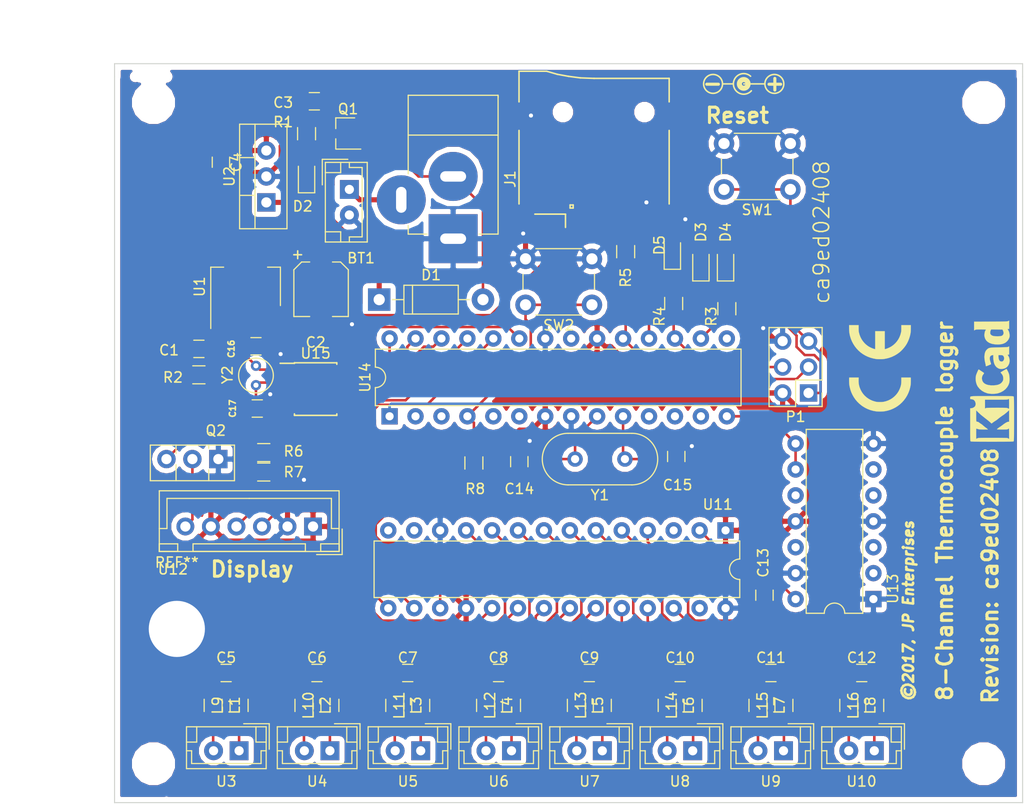
<source format=kicad_pcb>
(kicad_pcb (version 20170123) (host pcbnew "(2017-07-16 revision e797af3)-master")
  (title_block (title "8-Channel Thermocouple datalogger") (date 2017-07-29) (rev ca9ed02408) (company "JP Enterprises"))
  (layers (0 F.Cu signal) (31 B.Cu signal) (34 B.Paste user) (35 F.Paste user) (36 B.SilkS user) (37 F.SilkS user) (38 B.Mask user) (39 F.Mask user) (44 Edge.Cuts user))
  (net 0 "")
  (net 1 GND)
  (net 2 "Net-(BT1-Pad1)")
  (net 3 "Net-(BT2-Pad1)")
  (net 4 5V0)
  (net 5 3V3)
  (net 6 9V0)
  (net 7 "/Thermocouple connectors/SB1")
  (net 8 "/Thermocouple connectors/SA1")
  (net 9 "/Thermocouple connectors/SA2")
  (net 10 "/Thermocouple connectors/SB2")
  (net 11 "/Thermocouple connectors/SB3")
  (net 12 "/Thermocouple connectors/SA3")
  (net 13 "/Thermocouple connectors/SA4")
  (net 14 "/Thermocouple connectors/SB4")
  (net 15 "/Thermocouple connectors/SB5")
  (net 16 "/Thermocouple connectors/SA5")
  (net 17 "/Thermocouple connectors/SA6")
  (net 18 "/Thermocouple connectors/SB6")
  (net 19 "/Thermocouple connectors/SB7")
  (net 20 "/Thermocouple connectors/SA7")
  (net 21 "/Thermocouple connectors/SA8")
  (net 22 "/Thermocouple connectors/SB8")
  (net 23 DB_MUX)
  (net 24 "Net-(C14-Pad2)")
  (net 25 "Net-(C15-Pad2)")
  (net 26 "Net-(C16-Pad1)")
  (net 27 "Net-(C17-Pad1)")
  (net 28 "Net-(D1-Pad2)")
  (net 29 "Net-(D2-Pad2)")
  (net 30 "Net-(D3-Pad1)")
  (net 31 "Net-(D4-Pad1)")
  (net 32 "Net-(D5-Pad1)")
  (net 33 "Net-(L1-Pad2)")
  (net 34 "Net-(L2-Pad2)")
  (net 35 "Net-(L3-Pad2)")
  (net 36 "Net-(L4-Pad2)")
  (net 37 "Net-(L5-Pad2)")
  (net 38 "Net-(L6-Pad2)")
  (net 39 "Net-(L7-Pad2)")
  (net 40 "Net-(L8-Pad2)")
  (net 41 "Net-(L9-Pad1)")
  (net 42 "Net-(L10-Pad1)")
  (net 43 "Net-(L11-Pad1)")
  (net 44 "Net-(L12-Pad1)")
  (net 45 "Net-(L13-Pad1)")
  (net 46 "Net-(L14-Pad1)")
  (net 47 "Net-(L15-Pad1)")
  (net 48 "Net-(L16-Pad1)")
  (net 49 RESET)
  (net 50 MOSI)
  (net 51 SCK)
  (net 52 MISO)
  (net 53 SCL)
  (net 54 SDA)
  (net 55 "Net-(Q2-Pad3)")
  (net 56 "Net-(Q2-Pad2)")
  (net 57 B_LIGHT)
  (net 58 SS)
  (net 59 "Net-(R8-Pad2)")
  (net 60 SLCT0)
  (net 61 SLCT1)
  (net 62 SLCT2)
  (net 63 TEMP)
  (net 64 "Net-(U13-Pad6)")
  (net 65 "Net-(U13-Pad12)")
  (net 66 "Net-(U13-Pad5)")
  (net 67 "Net-(U13-Pad10)")
  (net 68 "Net-(U13-Pad3)")
  (net 69 "Net-(U13-Pad2)")
  (net 70 "Net-(U14-Pad15)")
  (net 71 "Net-(U14-Pad2)")
  (net 72 "Net-(U14-Pad3)")
  (net 73 "Net-(U14-Pad5)")
  (net 74 "Net-(U14-Pad6)")
  (net 75 "Net-(U14-Pad21)")
  (net 76 "Net-(U14-Pad11)")
  (net 77 "Net-(U14-Pad12)")
  (net 78 "Net-(U14-Pad13)")
  (net 79 "Net-(U15-Pad7)")
  (net 80 "Net-(XS1-Pad1)")
  (net 81 "Net-(XS1-Pad8)")
  (net 82 "Net-(XS1-Pad9)")
  (module Mounting_Holes:MountingHole_5.5mm (layer F.Cu) (at 100.076 127.762)
    (fp_text reference REF** (at 0 -6.5) (layer F.SilkS))
    (fp_text value MountingHole_5.5mm)
    (pad 1 np_thru_hole circle (at 0 0) (size 5.5 5.5) (drill 5.5) (layers *.Cu *.Mask))
  )
  (module Mounting_Holes:MountingHole_3.2mm_M3 (layer F.Cu) (at 97.79 76.2)
    (fp_text reference REF** hide)
    (fp_text value MountingHole_3.2mm_M3)
    (pad 1 np_thru_hole circle (at 0 0) (size 3.2 3.2) (drill 3.2) (layers *.Cu *.Mask))
  )
  (module jp_personal:ca9ed02408 (layer F.Cu) (at 173.125 88.67)
    (fp_text reference QR***** hide)
    (fp_text value ca9ed02408 (at -9.93 0.23 90) (layer F.SilkS))
    (pad 1 smd rect (at 7.5 8) (size 0.5 0.5) (layers F.Cu F.Mask))
    (pad 1 smd rect (at 7 8) (size 0.5 0.5) (layers F.Cu F.Mask))
    (pad 1 smd rect (at 6.5 8) (size 0.5 0.5) (layers F.Cu F.Mask))
    (pad 1 smd rect (at 5 8) (size 0.5 0.5) (layers F.Cu F.Mask))
    (pad 1 smd rect (at 3.5 8) (size 0.5 0.5) (layers F.Cu F.Mask))
    (pad 1 smd rect (at 3 8) (size 0.5 0.5) (layers F.Cu F.Mask))
    (pad 1 smd rect (at 2.5 8) (size 0.5 0.5) (layers F.Cu F.Mask))
    (pad 1 smd rect (at 1.5 8) (size 0.5 0.5) (layers F.Cu F.Mask))
    (pad 1 smd rect (at -4 8) (size 0.5 0.5) (layers F.Cu F.Mask))
    (pad 1 smd rect (at -5 8) (size 0.5 0.5) (layers F.Cu F.Mask))
    (pad 1 smd rect (at -5.5 8) (size 0.5 0.5) (layers F.Cu F.Mask))
    (pad 1 smd rect (at -6 8) (size 0.5 0.5) (layers F.Cu F.Mask))
    (pad 1 smd rect (at -6.5 8) (size 0.5 0.5) (layers F.Cu F.Mask))
    (pad 1 smd rect (at -7 8) (size 0.5 0.5) (layers F.Cu F.Mask))
    (pad 1 smd rect (at -7.5 8) (size 0.5 0.5) (layers F.Cu F.Mask))
    (pad 1 smd rect (at -8 8) (size 0.5 0.5) (layers F.Cu F.Mask))
    (pad 1 smd rect (at 7 7.5) (size 0.5 0.5) (layers F.Cu F.Mask))
    (pad 1 smd rect (at 5.5 7.5) (size 0.5 0.5) (layers F.Cu F.Mask))
    (pad 1 smd rect (at 5 7.5) (size 0.5 0.5) (layers F.Cu F.Mask))
    (pad 1 smd rect (at 4.5 7.5) (size 0.5 0.5) (layers F.Cu F.Mask))
    (pad 1 smd rect (at 4 7.5) (size 0.5 0.5) (layers F.Cu F.Mask))
    (pad 1 smd rect (at 2 7.5) (size 0.5 0.5) (layers F.Cu F.Mask))
    (pad 1 smd rect (at 1.5 7.5) (size 0.5 0.5) (layers F.Cu F.Mask))
    (pad 1 smd rect (at 1 7.5) (size 0.5 0.5) (layers F.Cu F.Mask))
    (pad 1 smd rect (at 0.5 7.5) (size 0.5 0.5) (layers F.Cu F.Mask))
    (pad 1 smd rect (at 0 7.5) (size 0.5 0.5) (layers F.Cu F.Mask))
    (pad 1 smd rect (at -2 7.5) (size 0.5 0.5) (layers F.Cu F.Mask))
    (pad 1 smd rect (at -2.5 7.5) (size 0.5 0.5) (layers F.Cu F.Mask))
    (pad 1 smd rect (at -3 7.5) (size 0.5 0.5) (layers F.Cu F.Mask))
    (pad 1 smd rect (at -3.5 7.5) (size 0.5 0.5) (layers F.Cu F.Mask))
    (pad 1 smd rect (at -5 7.5) (size 0.5 0.5) (layers F.Cu F.Mask))
    (pad 1 smd rect (at -8 7.5) (size 0.5 0.5) (layers F.Cu F.Mask))
    (pad 1 smd rect (at 7 7) (size 0.5 0.5) (layers F.Cu F.Mask))
    (pad 1 smd rect (at 6.5 7) (size 0.5 0.5) (layers F.Cu F.Mask))
    (pad 1 smd rect (at 5.5 7) (size 0.5 0.5) (layers F.Cu F.Mask))
    (pad 1 smd rect (at 5 7) (size 0.5 0.5) (layers F.Cu F.Mask))
    (pad 1 smd rect (at 4.5 7) (size 0.5 0.5) (layers F.Cu F.Mask))
    (pad 1 smd rect (at 3 7) (size 0.5 0.5) (layers F.Cu F.Mask))
    (pad 1 smd rect (at 1.5 7) (size 0.5 0.5) (layers F.Cu F.Mask))
    (pad 1 smd rect (at 0.5 7) (size 0.5 0.5) (layers F.Cu F.Mask))
    (pad 1 smd rect (at -1 7) (size 0.5 0.5) (layers F.Cu F.Mask))
    (pad 1 smd rect (at -1.5 7) (size 0.5 0.5) (layers F.Cu F.Mask))
    (pad 1 smd rect (at -3.5 7) (size 0.5 0.5) (layers F.Cu F.Mask))
    (pad 1 smd rect (at -4 7) (size 0.5 0.5) (layers F.Cu F.Mask))
    (pad 1 smd rect (at -5 7) (size 0.5 0.5) (layers F.Cu F.Mask))
    (pad 1 smd rect (at -6 7) (size 0.5 0.5) (layers F.Cu F.Mask))
    (pad 1 smd rect (at -6.5 7) (size 0.5 0.5) (layers F.Cu F.Mask))
    (pad 1 smd rect (at -7 7) (size 0.5 0.5) (layers F.Cu F.Mask))
    (pad 1 smd rect (at -8 7) (size 0.5 0.5) (layers F.Cu F.Mask))
    (pad 1 smd rect (at 7 6.5) (size 0.5 0.5) (layers F.Cu F.Mask))
    (pad 1 smd rect (at 6 6.5) (size 0.5 0.5) (layers F.Cu F.Mask))
    (pad 1 smd rect (at 4 6.5) (size 0.5 0.5) (layers F.Cu F.Mask))
    (pad 1 smd rect (at 3 6.5) (size 0.5 0.5) (layers F.Cu F.Mask))
    (pad 1 smd rect (at 2 6.5) (size 0.5 0.5) (layers F.Cu F.Mask))
    (pad 1 smd rect (at 0.5 6.5) (size 0.5 0.5) (layers F.Cu F.Mask))
    (pad 1 smd rect (at 0 6.5) (size 0.5 0.5) (layers F.Cu F.Mask))
    (pad 1 smd rect (at -0.5 6.5) (size 0.5 0.5) (layers F.Cu F.Mask))
    (pad 1 smd rect (at -1 6.5) (size 0.5 0.5) (layers F.Cu F.Mask))
    (pad 1 smd rect (at -2.5 6.5) (size 0.5 0.5) (layers F.Cu F.Mask))
    (pad 1 smd rect (at -3.5 6.5) (size 0.5 0.5) (layers F.Cu F.Mask))
    (pad 1 smd rect (at -4 6.5) (size 0.5 0.5) (layers F.Cu F.Mask))
    (pad 1 smd rect (at -5 6.5) (size 0.5 0.5) (layers F.Cu F.Mask))
    (pad 1 smd rect (at -6 6.5) (size 0.5 0.5) (layers F.Cu F.Mask))
    (pad 1 smd rect (at -6.5 6.5) (size 0.5 0.5) (layers F.Cu F.Mask))
    (pad 1 smd rect (at -7 6.5) (size 0.5 0.5) (layers F.Cu F.Mask))
    (pad 1 smd rect (at -8 6.5) (size 0.5 0.5) (layers F.Cu F.Mask))
    (pad 1 smd rect (at 8 6) (size 0.5 0.5) (layers F.Cu F.Mask))
    (pad 1 smd rect (at 7.5 6) (size 0.5 0.5) (layers F.Cu F.Mask))
    (pad 1 smd rect (at 6 6) (size 0.5 0.5) (layers F.Cu F.Mask))
    (pad 1 smd rect (at 5.5 6) (size 0.5 0.5) (layers F.Cu F.Mask))
    (pad 1 smd rect (at 5 6) (size 0.5 0.5) (layers F.Cu F.Mask))
    (pad 1 smd rect (at 4.5 6) (size 0.5 0.5) (layers F.Cu F.Mask))
    (pad 1 smd rect (at 4 6) (size 0.5 0.5) (layers F.Cu F.Mask))
    (pad 1 smd rect (at 2.5 6) (size 0.5 0.5) (layers F.Cu F.Mask))
    (pad 1 smd rect (at 1 6) (size 0.5 0.5) (layers F.Cu F.Mask))
    (pad 1 smd rect (at -0.5 6) (size 0.5 0.5) (layers F.Cu F.Mask))
    (pad 1 smd rect (at -1 6) (size 0.5 0.5) (layers F.Cu F.Mask))
    (pad 1 smd rect (at -1.5 6) (size 0.5 0.5) (layers F.Cu F.Mask))
    (pad 1 smd rect (at -3.5 6) (size 0.5 0.5) (layers F.Cu F.Mask))
    (pad 1 smd rect (at -4 6) (size 0.5 0.5) (layers F.Cu F.Mask))
    (pad 1 smd rect (at -5 6) (size 0.5 0.5) (layers F.Cu F.Mask))
    (pad 1 smd rect (at -6 6) (size 0.5 0.5) (layers F.Cu F.Mask))
    (pad 1 smd rect (at -6.5 6) (size 0.5 0.5) (layers F.Cu F.Mask))
    (pad 1 smd rect (at -7 6) (size 0.5 0.5) (layers F.Cu F.Mask))
    (pad 1 smd rect (at -8 6) (size 0.5 0.5) (layers F.Cu F.Mask))
    (pad 1 smd rect (at 8 5.5) (size 0.5 0.5) (layers F.Cu F.Mask))
    (pad 1 smd rect (at 7 5.5) (size 0.5 0.5) (layers F.Cu F.Mask))
    (pad 1 smd rect (at 6.5 5.5) (size 0.5 0.5) (layers F.Cu F.Mask))
    (pad 1 smd rect (at 6 5.5) (size 0.5 0.5) (layers F.Cu F.Mask))
    (pad 1 smd rect (at 4 5.5) (size 0.5 0.5) (layers F.Cu F.Mask))
    (pad 1 smd rect (at 3 5.5) (size 0.5 0.5) (layers F.Cu F.Mask))
    (pad 1 smd rect (at 2.5 5.5) (size 0.5 0.5) (layers F.Cu F.Mask))
    (pad 1 smd rect (at -0.5 5.5) (size 0.5 0.5) (layers F.Cu F.Mask))
    (pad 1 smd rect (at -1 5.5) (size 0.5 0.5) (layers F.Cu F.Mask))
    (pad 1 smd rect (at -1.5 5.5) (size 0.5 0.5) (layers F.Cu F.Mask))
    (pad 1 smd rect (at -2 5.5) (size 0.5 0.5) (layers F.Cu F.Mask))
    (pad 1 smd rect (at -4 5.5) (size 0.5 0.5) (layers F.Cu F.Mask))
    (pad 1 smd rect (at -5 5.5) (size 0.5 0.5) (layers F.Cu F.Mask))
    (pad 1 smd rect (at -8 5.5) (size 0.5 0.5) (layers F.Cu F.Mask))
    (pad 1 smd rect (at 8 5) (size 0.5 0.5) (layers F.Cu F.Mask))
    (pad 1 smd rect (at 7.5 5) (size 0.5 0.5) (layers F.Cu F.Mask))
    (pad 1 smd rect (at 7 5) (size 0.5 0.5) (layers F.Cu F.Mask))
    (pad 1 smd rect (at 6.5 5) (size 0.5 0.5) (layers F.Cu F.Mask))
    (pad 1 smd rect (at 6 5) (size 0.5 0.5) (layers F.Cu F.Mask))
    (pad 1 smd rect (at 5 5) (size 0.5 0.5) (layers F.Cu F.Mask))
    (pad 1 smd rect (at 4 5) (size 0.5 0.5) (layers F.Cu F.Mask))
    (pad 1 smd rect (at 2.5 5) (size 0.5 0.5) (layers F.Cu F.Mask))
    (pad 1 smd rect (at 2 5) (size 0.5 0.5) (layers F.Cu F.Mask))
    (pad 1 smd rect (at 1 5) (size 0.5 0.5) (layers F.Cu F.Mask))
    (pad 1 smd rect (at 0 5) (size 0.5 0.5) (layers F.Cu F.Mask))
    (pad 1 smd rect (at -0.5 5) (size 0.5 0.5) (layers F.Cu F.Mask))
    (pad 1 smd rect (at -2 5) (size 0.5 0.5) (layers F.Cu F.Mask))
    (pad 1 smd rect (at -2.5 5) (size 0.5 0.5) (layers F.Cu F.Mask))
    (pad 1 smd rect (at -3.5 5) (size 0.5 0.5) (layers F.Cu F.Mask))
    (pad 1 smd rect (at -5 5) (size 0.5 0.5) (layers F.Cu F.Mask))
    (pad 1 smd rect (at -5.5 5) (size 0.5 0.5) (layers F.Cu F.Mask))
    (pad 1 smd rect (at -6 5) (size 0.5 0.5) (layers F.Cu F.Mask))
    (pad 1 smd rect (at -6.5 5) (size 0.5 0.5) (layers F.Cu F.Mask))
    (pad 1 smd rect (at -7 5) (size 0.5 0.5) (layers F.Cu F.Mask))
    (pad 1 smd rect (at -7.5 5) (size 0.5 0.5) (layers F.Cu F.Mask))
    (pad 1 smd rect (at -8 5) (size 0.5 0.5) (layers F.Cu F.Mask))
    (pad 1 smd rect (at 7 4.5) (size 0.5 0.5) (layers F.Cu F.Mask))
    (pad 1 smd rect (at 6.5 4.5) (size 0.5 0.5) (layers F.Cu F.Mask))
    (pad 1 smd rect (at 6 4.5) (size 0.5 0.5) (layers F.Cu F.Mask))
    (pad 1 smd rect (at 4 4.5) (size 0.5 0.5) (layers F.Cu F.Mask))
    (pad 1 smd rect (at 3 4.5) (size 0.5 0.5) (layers F.Cu F.Mask))
    (pad 1 smd rect (at 2.5 4.5) (size 0.5 0.5) (layers F.Cu F.Mask))
    (pad 1 smd rect (at -0.5 4.5) (size 0.5 0.5) (layers F.Cu F.Mask))
    (pad 1 smd rect (at -1.5 4.5) (size 0.5 0.5) (layers F.Cu F.Mask))
    (pad 1 smd rect (at -2 4.5) (size 0.5 0.5) (layers F.Cu F.Mask))
    (pad 1 smd rect (at -2.5 4.5) (size 0.5 0.5) (layers F.Cu F.Mask))
    (pad 1 smd rect (at -3.5 4.5) (size 0.5 0.5) (layers F.Cu F.Mask))
    (pad 1 smd rect (at -4 4.5) (size 0.5 0.5) (layers F.Cu F.Mask))
    (pad 1 smd rect (at 8 4) (size 0.5 0.5) (layers F.Cu F.Mask))
    (pad 1 smd rect (at 7 4) (size 0.5 0.5) (layers F.Cu F.Mask))
    (pad 1 smd rect (at 6 4) (size 0.5 0.5) (layers F.Cu F.Mask))
    (pad 1 smd rect (at 5.5 4) (size 0.5 0.5) (layers F.Cu F.Mask))
    (pad 1 smd rect (at 5 4) (size 0.5 0.5) (layers F.Cu F.Mask))
    (pad 1 smd rect (at 4.5 4) (size 0.5 0.5) (layers F.Cu F.Mask))
    (pad 1 smd rect (at 4 4) (size 0.5 0.5) (layers F.Cu F.Mask))
    (pad 1 smd rect (at 2.5 4) (size 0.5 0.5) (layers F.Cu F.Mask))
    (pad 1 smd rect (at 2 4) (size 0.5 0.5) (layers F.Cu F.Mask))
    (pad 1 smd rect (at 1 4) (size 0.5 0.5) (layers F.Cu F.Mask))
    (pad 1 smd rect (at 0 4) (size 0.5 0.5) (layers F.Cu F.Mask))
    (pad 1 smd rect (at -0.5 4) (size 0.5 0.5) (layers F.Cu F.Mask))
    (pad 1 smd rect (at -2 4) (size 0.5 0.5) (layers F.Cu F.Mask))
    (pad 1 smd rect (at -2.5 4) (size 0.5 0.5) (layers F.Cu F.Mask))
    (pad 1 smd rect (at -3.5 4) (size 0.5 0.5) (layers F.Cu F.Mask))
    (pad 1 smd rect (at -4 4) (size 0.5 0.5) (layers F.Cu F.Mask))
    (pad 1 smd rect (at -5 4) (size 0.5 0.5) (layers F.Cu F.Mask))
    (pad 1 smd rect (at -7 4) (size 0.5 0.5) (layers F.Cu F.Mask))
    (pad 1 smd rect (at -8 4) (size 0.5 0.5) (layers F.Cu F.Mask))
    (pad 1 smd rect (at 8 3.5) (size 0.5 0.5) (layers F.Cu F.Mask))
    (pad 1 smd rect (at 6.5 3.5) (size 0.5 0.5) (layers F.Cu F.Mask))
    (pad 1 smd rect (at 6 3.5) (size 0.5 0.5) (layers F.Cu F.Mask))
    (pad 1 smd rect (at 4 3.5) (size 0.5 0.5) (layers F.Cu F.Mask))
    (pad 1 smd rect (at 3 3.5) (size 0.5 0.5) (layers F.Cu F.Mask))
    (pad 1 smd rect (at 2.5 3.5) (size 0.5 0.5) (layers F.Cu F.Mask))
    (pad 1 smd rect (at -0.5 3.5) (size 0.5 0.5) (layers F.Cu F.Mask))
    (pad 1 smd rect (at -1 3.5) (size 0.5 0.5) (layers F.Cu F.Mask))
    (pad 1 smd rect (at -2 3.5) (size 0.5 0.5) (layers F.Cu F.Mask))
    (pad 1 smd rect (at -2.5 3.5) (size 0.5 0.5) (layers F.Cu F.Mask))
    (pad 1 smd rect (at -3.5 3.5) (size 0.5 0.5) (layers F.Cu F.Mask))
    (pad 1 smd rect (at -5.5 3.5) (size 0.5 0.5) (layers F.Cu F.Mask))
    (pad 1 smd rect (at -6 3.5) (size 0.5 0.5) (layers F.Cu F.Mask))
    (pad 1 smd rect (at -7 3.5) (size 0.5 0.5) (layers F.Cu F.Mask))
    (pad 1 smd rect (at -8 3.5) (size 0.5 0.5) (layers F.Cu F.Mask))
    (pad 1 smd rect (at 7.5 3) (size 0.5 0.5) (layers F.Cu F.Mask))
    (pad 1 smd rect (at 6 3) (size 0.5 0.5) (layers F.Cu F.Mask))
    (pad 1 smd rect (at 5.5 3) (size 0.5 0.5) (layers F.Cu F.Mask))
    (pad 1 smd rect (at 2.5 3) (size 0.5 0.5) (layers F.Cu F.Mask))
    (pad 1 smd rect (at 2 3) (size 0.5 0.5) (layers F.Cu F.Mask))
    (pad 1 smd rect (at 1 3) (size 0.5 0.5) (layers F.Cu F.Mask))
    (pad 1 smd rect (at 0 3) (size 0.5 0.5) (layers F.Cu F.Mask))
    (pad 1 smd rect (at -0.5 3) (size 0.5 0.5) (layers F.Cu F.Mask))
    (pad 1 smd rect (at -1 3) (size 0.5 0.5) (layers F.Cu F.Mask))
    (pad 1 smd rect (at -1.5 3) (size 0.5 0.5) (layers F.Cu F.Mask))
    (pad 1 smd rect (at -2 3) (size 0.5 0.5) (layers F.Cu F.Mask))
    (pad 1 smd rect (at -2.5 3) (size 0.5 0.5) (layers F.Cu F.Mask))
    (pad 1 smd rect (at -3.5 3) (size 0.5 0.5) (layers F.Cu F.Mask))
    (pad 1 smd rect (at -4.5 3) (size 0.5 0.5) (layers F.Cu F.Mask))
    (pad 1 smd rect (at -5 3) (size 0.5 0.5) (layers F.Cu F.Mask))
    (pad 1 smd rect (at -6 3) (size 0.5 0.5) (layers F.Cu F.Mask))
    (pad 1 smd rect (at -7 3) (size 0.5 0.5) (layers F.Cu F.Mask))
    (pad 1 smd rect (at -8 3) (size 0.5 0.5) (layers F.Cu F.Mask))
    (pad 1 smd rect (at 8 2.5) (size 0.5 0.5) (layers F.Cu F.Mask))
    (pad 1 smd rect (at 6.5 2.5) (size 0.5 0.5) (layers F.Cu F.Mask))
    (pad 1 smd rect (at 6 2.5) (size 0.5 0.5) (layers F.Cu F.Mask))
    (pad 1 smd rect (at 4.5 2.5) (size 0.5 0.5) (layers F.Cu F.Mask))
    (pad 1 smd rect (at 4 2.5) (size 0.5 0.5) (layers F.Cu F.Mask))
    (pad 1 smd rect (at 2.5 2.5) (size 0.5 0.5) (layers F.Cu F.Mask))
    (pad 1 smd rect (at 1 2.5) (size 0.5 0.5) (layers F.Cu F.Mask))
    (pad 1 smd rect (at -0.5 2.5) (size 0.5 0.5) (layers F.Cu F.Mask))
    (pad 1 smd rect (at -1.5 2.5) (size 0.5 0.5) (layers F.Cu F.Mask))
    (pad 1 smd rect (at -2 2.5) (size 0.5 0.5) (layers F.Cu F.Mask))
    (pad 1 smd rect (at -3.5 2.5) (size 0.5 0.5) (layers F.Cu F.Mask))
    (pad 1 smd rect (at -4 2.5) (size 0.5 0.5) (layers F.Cu F.Mask))
    (pad 1 smd rect (at -4.5 2.5) (size 0.5 0.5) (layers F.Cu F.Mask))
    (pad 1 smd rect (at -6 2.5) (size 0.5 0.5) (layers F.Cu F.Mask))
    (pad 1 smd rect (at -7 2.5) (size 0.5 0.5) (layers F.Cu F.Mask))
    (pad 1 smd rect (at -8 2.5) (size 0.5 0.5) (layers F.Cu F.Mask))
    (pad 1 smd rect (at 5.5 2) (size 0.5 0.5) (layers F.Cu F.Mask))
    (pad 1 smd rect (at 3.5 2) (size 0.5 0.5) (layers F.Cu F.Mask))
    (pad 1 smd rect (at 3 2) (size 0.5 0.5) (layers F.Cu F.Mask))
    (pad 1 smd rect (at 2.5 2) (size 0.5 0.5) (layers F.Cu F.Mask))
    (pad 1 smd rect (at 2 2) (size 0.5 0.5) (layers F.Cu F.Mask))
    (pad 1 smd rect (at 1.5 2) (size 0.5 0.5) (layers F.Cu F.Mask))
    (pad 1 smd rect (at 0 2) (size 0.5 0.5) (layers F.Cu F.Mask))
    (pad 1 smd rect (at -2 2) (size 0.5 0.5) (layers F.Cu F.Mask))
    (pad 1 smd rect (at -2.5 2) (size 0.5 0.5) (layers F.Cu F.Mask))
    (pad 1 smd rect (at -3.5 2) (size 0.5 0.5) (layers F.Cu F.Mask))
    (pad 1 smd rect (at -5 2) (size 0.5 0.5) (layers F.Cu F.Mask))
    (pad 1 smd rect (at -5.5 2) (size 0.5 0.5) (layers F.Cu F.Mask))
    (pad 1 smd rect (at -6 2) (size 0.5 0.5) (layers F.Cu F.Mask))
    (pad 1 smd rect (at -8 2) (size 0.5 0.5) (layers F.Cu F.Mask))
    (pad 1 smd rect (at 7.5 1.5) (size 0.5 0.5) (layers F.Cu F.Mask))
    (pad 1 smd rect (at 7 1.5) (size 0.5 0.5) (layers F.Cu F.Mask))
    (pad 1 smd rect (at 6.5 1.5) (size 0.5 0.5) (layers F.Cu F.Mask))
    (pad 1 smd rect (at 5.5 1.5) (size 0.5 0.5) (layers F.Cu F.Mask))
    (pad 1 smd rect (at 4.5 1.5) (size 0.5 0.5) (layers F.Cu F.Mask))
    (pad 1 smd rect (at 3.5 1.5) (size 0.5 0.5) (layers F.Cu F.Mask))
    (pad 1 smd rect (at 2 1.5) (size 0.5 0.5) (layers F.Cu F.Mask))
    (pad 1 smd rect (at 1.5 1.5) (size 0.5 0.5) (layers F.Cu F.Mask))
    (pad 1 smd rect (at 1 1.5) (size 0.5 0.5) (layers F.Cu F.Mask))
    (pad 1 smd rect (at 0.5 1.5) (size 0.5 0.5) (layers F.Cu F.Mask))
    (pad 1 smd rect (at 0 1.5) (size 0.5 0.5) (layers F.Cu F.Mask))
    (pad 1 smd rect (at -1.5 1.5) (size 0.5 0.5) (layers F.Cu F.Mask))
    (pad 1 smd rect (at -2 1.5) (size 0.5 0.5) (layers F.Cu F.Mask))
    (pad 1 smd rect (at -3 1.5) (size 0.5 0.5) (layers F.Cu F.Mask))
    (pad 1 smd rect (at -3.5 1.5) (size 0.5 0.5) (layers F.Cu F.Mask))
    (pad 1 smd rect (at -6.5 1.5) (size 0.5 0.5) (layers F.Cu F.Mask))
    (pad 1 smd rect (at 7 1) (size 0.5 0.5) (layers F.Cu F.Mask))
    (pad 1 smd rect (at 6.5 1) (size 0.5 0.5) (layers F.Cu F.Mask))
    (pad 1 smd rect (at 5.5 1) (size 0.5 0.5) (layers F.Cu F.Mask))
    (pad 1 smd rect (at 4 1) (size 0.5 0.5) (layers F.Cu F.Mask))
    (pad 1 smd rect (at 3.5 1) (size 0.5 0.5) (layers F.Cu F.Mask))
    (pad 1 smd rect (at 3 1) (size 0.5 0.5) (layers F.Cu F.Mask))
    (pad 1 smd rect (at 1.5 1) (size 0.5 0.5) (layers F.Cu F.Mask))
    (pad 1 smd rect (at 0.5 1) (size 0.5 0.5) (layers F.Cu F.Mask))
    (pad 1 smd rect (at -1.5 1) (size 0.5 0.5) (layers F.Cu F.Mask))
    (pad 1 smd rect (at -2 1) (size 0.5 0.5) (layers F.Cu F.Mask))
    (pad 1 smd rect (at -3 1) (size 0.5 0.5) (layers F.Cu F.Mask))
    (pad 1 smd rect (at -3.5 1) (size 0.5 0.5) (layers F.Cu F.Mask))
    (pad 1 smd rect (at -4 1) (size 0.5 0.5) (layers F.Cu F.Mask))
    (pad 1 smd rect (at -5 1) (size 0.5 0.5) (layers F.Cu F.Mask))
    (pad 1 smd rect (at -5.5 1) (size 0.5 0.5) (layers F.Cu F.Mask))
    (pad 1 smd rect (at -6 1) (size 0.5 0.5) (layers F.Cu F.Mask))
    (pad 1 smd rect (at -8 1) (size 0.5 0.5) (layers F.Cu F.Mask))
    (pad 1 smd rect (at 7.5 0.5) (size 0.5 0.5) (layers F.Cu F.Mask))
    (pad 1 smd rect (at 5.5 0.5) (size 0.5 0.5) (layers F.Cu F.Mask))
    (pad 1 smd rect (at 5 0.5) (size 0.5 0.5) (layers F.Cu F.Mask))
    (pad 1 smd rect (at 4.5 0.5) (size 0.5 0.5) (layers F.Cu F.Mask))
    (pad 1 smd rect (at 2 0.5) (size 0.5 0.5) (layers F.Cu F.Mask))
    (pad 1 smd rect (at 1 0.5) (size 0.5 0.5) (layers F.Cu F.Mask))
    (pad 1 smd rect (at 0.5 0.5) (size 0.5 0.5) (layers F.Cu F.Mask))
    (pad 1 smd rect (at 0 0.5) (size 0.5 0.5) (layers F.Cu F.Mask))
    (pad 1 smd rect (at -0.5 0.5) (size 0.5 0.5) (layers F.Cu F.Mask))
    (pad 1 smd rect (at -1.5 0.5) (size 0.5 0.5) (layers F.Cu F.Mask))
    (pad 1 smd rect (at -3.5 0.5) (size 0.5 0.5) (layers F.Cu F.Mask))
    (pad 1 smd rect (at -4 0.5) (size 0.5 0.5) (layers F.Cu F.Mask))
    (pad 1 smd rect (at -5.5 0.5) (size 0.5 0.5) (layers F.Cu F.Mask))
    (pad 1 smd rect (at -6 0.5) (size 0.5 0.5) (layers F.Cu F.Mask))
    (pad 1 smd rect (at -6.5 0.5) (size 0.5 0.5) (layers F.Cu F.Mask))
    (pad 1 smd rect (at -8 0.5) (size 0.5 0.5) (layers F.Cu F.Mask))
    (pad 1 smd rect (at 7 0) (size 0.5 0.5) (layers F.Cu F.Mask))
    (pad 1 smd rect (at 6.5 0) (size 0.5 0.5) (layers F.Cu F.Mask))
    (pad 1 smd rect (at 6 0) (size 0.5 0.5) (layers F.Cu F.Mask))
    (pad 1 smd rect (at 4 0) (size 0.5 0.5) (layers F.Cu F.Mask))
    (pad 1 smd rect (at 3.5 0) (size 0.5 0.5) (layers F.Cu F.Mask))
    (pad 1 smd rect (at 3 0) (size 0.5 0.5) (layers F.Cu F.Mask))
    (pad 1 smd rect (at 2.5 0) (size 0.5 0.5) (layers F.Cu F.Mask))
    (pad 1 smd rect (at 1.5 0) (size 0.5 0.5) (layers F.Cu F.Mask))
    (pad 1 smd rect (at -1.5 0) (size 0.5 0.5) (layers F.Cu F.Mask))
    (pad 1 smd rect (at -2 0) (size 0.5 0.5) (layers F.Cu F.Mask))
    (pad 1 smd rect (at -3.5 0) (size 0.5 0.5) (layers F.Cu F.Mask))
    (pad 1 smd rect (at -4.5 0) (size 0.5 0.5) (layers F.Cu F.Mask))
    (pad 1 smd rect (at -5 0) (size 0.5 0.5) (layers F.Cu F.Mask))
    (pad 1 smd rect (at -6 0) (size 0.5 0.5) (layers F.Cu F.Mask))
    (pad 1 smd rect (at -6.5 0) (size 0.5 0.5) (layers F.Cu F.Mask))
    (pad 1 smd rect (at -8 0) (size 0.5 0.5) (layers F.Cu F.Mask))
    (pad 1 smd rect (at 8 -0.5) (size 0.5 0.5) (layers F.Cu F.Mask))
    (pad 1 smd rect (at 7.5 -0.5) (size 0.5 0.5) (layers F.Cu F.Mask))
    (pad 1 smd rect (at 7 -0.5) (size 0.5 0.5) (layers F.Cu F.Mask))
    (pad 1 smd rect (at 5.5 -0.5) (size 0.5 0.5) (layers F.Cu F.Mask))
    (pad 1 smd rect (at 3.5 -0.5) (size 0.5 0.5) (layers F.Cu F.Mask))
    (pad 1 smd rect (at 2 -0.5) (size 0.5 0.5) (layers F.Cu F.Mask))
    (pad 1 smd rect (at 1.5 -0.5) (size 0.5 0.5) (layers F.Cu F.Mask))
    (pad 1 smd rect (at 1 -0.5) (size 0.5 0.5) (layers F.Cu F.Mask))
    (pad 1 smd rect (at 0.5 -0.5) (size 0.5 0.5) (layers F.Cu F.Mask))
    (pad 1 smd rect (at 0 -0.5) (size 0.5 0.5) (layers F.Cu F.Mask))
    (pad 1 smd rect (at -1 -0.5) (size 0.5 0.5) (layers F.Cu F.Mask))
    (pad 1 smd rect (at -2.5 -0.5) (size 0.5 0.5) (layers F.Cu F.Mask))
    (pad 1 smd rect (at -3 -0.5) (size 0.5 0.5) (layers F.Cu F.Mask))
    (pad 1 smd rect (at -3.5 -0.5) (size 0.5 0.5) (layers F.Cu F.Mask))
    (pad 1 smd rect (at -4 -0.5) (size 0.5 0.5) (layers F.Cu F.Mask))
    (pad 1 smd rect (at -6 -0.5) (size 0.5 0.5) (layers F.Cu F.Mask))
    (pad 1 smd rect (at -6.5 -0.5) (size 0.5 0.5) (layers F.Cu F.Mask))
    (pad 1 smd rect (at -7 -0.5) (size 0.5 0.5) (layers F.Cu F.Mask))
    (pad 1 smd rect (at -7.5 -0.5) (size 0.5 0.5) (layers F.Cu F.Mask))
    (pad 1 smd rect (at -8 -0.5) (size 0.5 0.5) (layers F.Cu F.Mask))
    (pad 1 smd rect (at 7.5 -1) (size 0.5 0.5) (layers F.Cu F.Mask))
    (pad 1 smd rect (at 7 -1) (size 0.5 0.5) (layers F.Cu F.Mask))
    (pad 1 smd rect (at 6.5 -1) (size 0.5 0.5) (layers F.Cu F.Mask))
    (pad 1 smd rect (at 4.5 -1) (size 0.5 0.5) (layers F.Cu F.Mask))
    (pad 1 smd rect (at 4 -1) (size 0.5 0.5) (layers F.Cu F.Mask))
    (pad 1 smd rect (at 3.5 -1) (size 0.5 0.5) (layers F.Cu F.Mask))
    (pad 1 smd rect (at 3 -1) (size 0.5 0.5) (layers F.Cu F.Mask))
    (pad 1 smd rect (at 1.5 -1) (size 0.5 0.5) (layers F.Cu F.Mask))
    (pad 1 smd rect (at 0.5 -1) (size 0.5 0.5) (layers F.Cu F.Mask))
    (pad 1 smd rect (at -1 -1) (size 0.5 0.5) (layers F.Cu F.Mask))
    (pad 1 smd rect (at -2 -1) (size 0.5 0.5) (layers F.Cu F.Mask))
    (pad 1 smd rect (at -3 -1) (size 0.5 0.5) (layers F.Cu F.Mask))
    (pad 1 smd rect (at -3.5 -1) (size 0.5 0.5) (layers F.Cu F.Mask))
    (pad 1 smd rect (at -4 -1) (size 0.5 0.5) (layers F.Cu F.Mask))
    (pad 1 smd rect (at -4.5 -1) (size 0.5 0.5) (layers F.Cu F.Mask))
    (pad 1 smd rect (at -5 -1) (size 0.5 0.5) (layers F.Cu F.Mask))
    (pad 1 smd rect (at -6.5 -1) (size 0.5 0.5) (layers F.Cu F.Mask))
    (pad 1 smd rect (at -7 -1) (size 0.5 0.5) (layers F.Cu F.Mask))
    (pad 1 smd rect (at -8 -1) (size 0.5 0.5) (layers F.Cu F.Mask))
    (pad 1 smd rect (at 8 -1.5) (size 0.5 0.5) (layers F.Cu F.Mask))
    (pad 1 smd rect (at 7 -1.5) (size 0.5 0.5) (layers F.Cu F.Mask))
    (pad 1 smd rect (at 5.5 -1.5) (size 0.5 0.5) (layers F.Cu F.Mask))
    (pad 1 smd rect (at 3 -1.5) (size 0.5 0.5) (layers F.Cu F.Mask))
    (pad 1 smd rect (at 2 -1.5) (size 0.5 0.5) (layers F.Cu F.Mask))
    (pad 1 smd rect (at 0.5 -1.5) (size 0.5 0.5) (layers F.Cu F.Mask))
    (pad 1 smd rect (at 0 -1.5) (size 0.5 0.5) (layers F.Cu F.Mask))
    (pad 1 smd rect (at -0.5 -1.5) (size 0.5 0.5) (layers F.Cu F.Mask))
    (pad 1 smd rect (at -1 -1.5) (size 0.5 0.5) (layers F.Cu F.Mask))
    (pad 1 smd rect (at -2 -1.5) (size 0.5 0.5) (layers F.Cu F.Mask))
    (pad 1 smd rect (at -2.5 -1.5) (size 0.5 0.5) (layers F.Cu F.Mask))
    (pad 1 smd rect (at -3 -1.5) (size 0.5 0.5) (layers F.Cu F.Mask))
    (pad 1 smd rect (at -3.5 -1.5) (size 0.5 0.5) (layers F.Cu F.Mask))
    (pad 1 smd rect (at -4.5 -1.5) (size 0.5 0.5) (layers F.Cu F.Mask))
    (pad 1 smd rect (at -6.5 -1.5) (size 0.5 0.5) (layers F.Cu F.Mask))
    (pad 1 smd rect (at -7.5 -1.5) (size 0.5 0.5) (layers F.Cu F.Mask))
    (pad 1 smd rect (at 8 -2) (size 0.5 0.5) (layers F.Cu F.Mask))
    (pad 1 smd rect (at 7.5 -2) (size 0.5 0.5) (layers F.Cu F.Mask))
    (pad 1 smd rect (at 6.5 -2) (size 0.5 0.5) (layers F.Cu F.Mask))
    (pad 1 smd rect (at 5 -2) (size 0.5 0.5) (layers F.Cu F.Mask))
    (pad 1 smd rect (at 4.5 -2) (size 0.5 0.5) (layers F.Cu F.Mask))
    (pad 1 smd rect (at 4 -2) (size 0.5 0.5) (layers F.Cu F.Mask))
    (pad 1 smd rect (at 2.5 -2) (size 0.5 0.5) (layers F.Cu F.Mask))
    (pad 1 smd rect (at 1 -2) (size 0.5 0.5) (layers F.Cu F.Mask))
    (pad 1 smd rect (at -0.5 -2) (size 0.5 0.5) (layers F.Cu F.Mask))
    (pad 1 smd rect (at -2.5 -2) (size 0.5 0.5) (layers F.Cu F.Mask))
    (pad 1 smd rect (at -3.5 -2) (size 0.5 0.5) (layers F.Cu F.Mask))
    (pad 1 smd rect (at -5 -2) (size 0.5 0.5) (layers F.Cu F.Mask))
    (pad 1 smd rect (at -5.5 -2) (size 0.5 0.5) (layers F.Cu F.Mask))
    (pad 1 smd rect (at -8 -2) (size 0.5 0.5) (layers F.Cu F.Mask))
    (pad 1 smd rect (at 8 -2.5) (size 0.5 0.5) (layers F.Cu F.Mask))
    (pad 1 smd rect (at 7 -2.5) (size 0.5 0.5) (layers F.Cu F.Mask))
    (pad 1 smd rect (at 5.5 -2.5) (size 0.5 0.5) (layers F.Cu F.Mask))
    (pad 1 smd rect (at 5 -2.5) (size 0.5 0.5) (layers F.Cu F.Mask))
    (pad 1 smd rect (at 4 -2.5) (size 0.5 0.5) (layers F.Cu F.Mask))
    (pad 1 smd rect (at 3 -2.5) (size 0.5 0.5) (layers F.Cu F.Mask))
    (pad 1 smd rect (at 2.5 -2.5) (size 0.5 0.5) (layers F.Cu F.Mask))
    (pad 1 smd rect (at -0.5 -2.5) (size 0.5 0.5) (layers F.Cu F.Mask))
    (pad 1 smd rect (at -1 -2.5) (size 0.5 0.5) (layers F.Cu F.Mask))
    (pad 1 smd rect (at -2.5 -2.5) (size 0.5 0.5) (layers F.Cu F.Mask))
    (pad 1 smd rect (at -3 -2.5) (size 0.5 0.5) (layers F.Cu F.Mask))
    (pad 1 smd rect (at -5.5 -2.5) (size 0.5 0.5) (layers F.Cu F.Mask))
    (pad 1 smd rect (at -6 -2.5) (size 0.5 0.5) (layers F.Cu F.Mask))
    (pad 1 smd rect (at -7 -2.5) (size 0.5 0.5) (layers F.Cu F.Mask))
    (pad 1 smd rect (at -8 -2.5) (size 0.5 0.5) (layers F.Cu F.Mask))
    (pad 1 smd rect (at 8 -3) (size 0.5 0.5) (layers F.Cu F.Mask))
    (pad 1 smd rect (at 7.5 -3) (size 0.5 0.5) (layers F.Cu F.Mask))
    (pad 1 smd rect (at 7 -3) (size 0.5 0.5) (layers F.Cu F.Mask))
    (pad 1 smd rect (at 6.5 -3) (size 0.5 0.5) (layers F.Cu F.Mask))
    (pad 1 smd rect (at 6 -3) (size 0.5 0.5) (layers F.Cu F.Mask))
    (pad 1 smd rect (at 5.5 -3) (size 0.5 0.5) (layers F.Cu F.Mask))
    (pad 1 smd rect (at 5 -3) (size 0.5 0.5) (layers F.Cu F.Mask))
    (pad 1 smd rect (at 4.5 -3) (size 0.5 0.5) (layers F.Cu F.Mask))
    (pad 1 smd rect (at 2.5 -3) (size 0.5 0.5) (layers F.Cu F.Mask))
    (pad 1 smd rect (at 2 -3) (size 0.5 0.5) (layers F.Cu F.Mask))
    (pad 1 smd rect (at 1 -3) (size 0.5 0.5) (layers F.Cu F.Mask))
    (pad 1 smd rect (at 0 -3) (size 0.5 0.5) (layers F.Cu F.Mask))
    (pad 1 smd rect (at -0.5 -3) (size 0.5 0.5) (layers F.Cu F.Mask))
    (pad 1 smd rect (at -3.5 -3) (size 0.5 0.5) (layers F.Cu F.Mask))
    (pad 1 smd rect (at -4 -3) (size 0.5 0.5) (layers F.Cu F.Mask))
    (pad 1 smd rect (at -5 -3) (size 0.5 0.5) (layers F.Cu F.Mask))
    (pad 1 smd rect (at -5.5 -3) (size 0.5 0.5) (layers F.Cu F.Mask))
    (pad 1 smd rect (at -6.5 -3) (size 0.5 0.5) (layers F.Cu F.Mask))
    (pad 1 smd rect (at -8 -3) (size 0.5 0.5) (layers F.Cu F.Mask))
    (pad 1 smd rect (at 7 -3.5) (size 0.5 0.5) (layers F.Cu F.Mask))
    (pad 1 smd rect (at 5.5 -3.5) (size 0.5 0.5) (layers F.Cu F.Mask))
    (pad 1 smd rect (at 5 -3.5) (size 0.5 0.5) (layers F.Cu F.Mask))
    (pad 1 smd rect (at 4.5 -3.5) (size 0.5 0.5) (layers F.Cu F.Mask))
    (pad 1 smd rect (at 4 -3.5) (size 0.5 0.5) (layers F.Cu F.Mask))
    (pad 1 smd rect (at 3 -3.5) (size 0.5 0.5) (layers F.Cu F.Mask))
    (pad 1 smd rect (at 2.5 -3.5) (size 0.5 0.5) (layers F.Cu F.Mask))
    (pad 1 smd rect (at -0.5 -3.5) (size 0.5 0.5) (layers F.Cu F.Mask))
    (pad 1 smd rect (at -1 -3.5) (size 0.5 0.5) (layers F.Cu F.Mask))
    (pad 1 smd rect (at -3.5 -3.5) (size 0.5 0.5) (layers F.Cu F.Mask))
    (pad 1 smd rect (at -4 -3.5) (size 0.5 0.5) (layers F.Cu F.Mask))
    (pad 1 smd rect (at -4.5 -3.5) (size 0.5 0.5) (layers F.Cu F.Mask))
    (pad 1 smd rect (at -7 -3.5) (size 0.5 0.5) (layers F.Cu F.Mask))
    (pad 1 smd rect (at -8 -3.5) (size 0.5 0.5) (layers F.Cu F.Mask))
    (pad 1 smd rect (at 7 -4) (size 0.5 0.5) (layers F.Cu F.Mask))
    (pad 1 smd rect (at 6.5 -4) (size 0.5 0.5) (layers F.Cu F.Mask))
    (pad 1 smd rect (at 6 -4) (size 0.5 0.5) (layers F.Cu F.Mask))
    (pad 1 smd rect (at 5.5 -4) (size 0.5 0.5) (layers F.Cu F.Mask))
    (pad 1 smd rect (at 5 -4) (size 0.5 0.5) (layers F.Cu F.Mask))
    (pad 1 smd rect (at 2.5 -4) (size 0.5 0.5) (layers F.Cu F.Mask))
    (pad 1 smd rect (at 2 -4) (size 0.5 0.5) (layers F.Cu F.Mask))
    (pad 1 smd rect (at 1 -4) (size 0.5 0.5) (layers F.Cu F.Mask))
    (pad 1 smd rect (at 0 -4) (size 0.5 0.5) (layers F.Cu F.Mask))
    (pad 1 smd rect (at -0.5 -4) (size 0.5 0.5) (layers F.Cu F.Mask))
    (pad 1 smd rect (at -2 -4) (size 0.5 0.5) (layers F.Cu F.Mask))
    (pad 1 smd rect (at -2.5 -4) (size 0.5 0.5) (layers F.Cu F.Mask))
    (pad 1 smd rect (at -3 -4) (size 0.5 0.5) (layers F.Cu F.Mask))
    (pad 1 smd rect (at -3.5 -4) (size 0.5 0.5) (layers F.Cu F.Mask))
    (pad 1 smd rect (at -5 -4) (size 0.5 0.5) (layers F.Cu F.Mask))
    (pad 1 smd rect (at -5.5 -4) (size 0.5 0.5) (layers F.Cu F.Mask))
    (pad 1 smd rect (at -6 -4) (size 0.5 0.5) (layers F.Cu F.Mask))
    (pad 1 smd rect (at -6.5 -4) (size 0.5 0.5) (layers F.Cu F.Mask))
    (pad 1 smd rect (at -7 -4) (size 0.5 0.5) (layers F.Cu F.Mask))
    (pad 1 smd rect (at -8 -4) (size 0.5 0.5) (layers F.Cu F.Mask))
    (pad 1 smd rect (at 4 -4.5) (size 0.5 0.5) (layers F.Cu F.Mask))
    (pad 1 smd rect (at 3 -4.5) (size 0.5 0.5) (layers F.Cu F.Mask))
    (pad 1 smd rect (at 2.5 -4.5) (size 0.5 0.5) (layers F.Cu F.Mask))
    (pad 1 smd rect (at -0.5 -4.5) (size 0.5 0.5) (layers F.Cu F.Mask))
    (pad 1 smd rect (at -1 -4.5) (size 0.5 0.5) (layers F.Cu F.Mask))
    (pad 1 smd rect (at -2 -4.5) (size 0.5 0.5) (layers F.Cu F.Mask))
    (pad 1 smd rect (at -2.5 -4.5) (size 0.5 0.5) (layers F.Cu F.Mask))
    (pad 1 smd rect (at -4 -4.5) (size 0.5 0.5) (layers F.Cu F.Mask))
    (pad 1 smd rect (at 8 -5) (size 0.5 0.5) (layers F.Cu F.Mask))
    (pad 1 smd rect (at 7.5 -5) (size 0.5 0.5) (layers F.Cu F.Mask))
    (pad 1 smd rect (at 7 -5) (size 0.5 0.5) (layers F.Cu F.Mask))
    (pad 1 smd rect (at 6.5 -5) (size 0.5 0.5) (layers F.Cu F.Mask))
    (pad 1 smd rect (at 6 -5) (size 0.5 0.5) (layers F.Cu F.Mask))
    (pad 1 smd rect (at 5.5 -5) (size 0.5 0.5) (layers F.Cu F.Mask))
    (pad 1 smd rect (at 5 -5) (size 0.5 0.5) (layers F.Cu F.Mask))
    (pad 1 smd rect (at 4 -5) (size 0.5 0.5) (layers F.Cu F.Mask))
    (pad 1 smd rect (at 3 -5) (size 0.5 0.5) (layers F.Cu F.Mask))
    (pad 1 smd rect (at 2 -5) (size 0.5 0.5) (layers F.Cu F.Mask))
    (pad 1 smd rect (at 1 -5) (size 0.5 0.5) (layers F.Cu F.Mask))
    (pad 1 smd rect (at 0 -5) (size 0.5 0.5) (layers F.Cu F.Mask))
    (pad 1 smd rect (at -1 -5) (size 0.5 0.5) (layers F.Cu F.Mask))
    (pad 1 smd rect (at -2 -5) (size 0.5 0.5) (layers F.Cu F.Mask))
    (pad 1 smd rect (at -3 -5) (size 0.5 0.5) (layers F.Cu F.Mask))
    (pad 1 smd rect (at -4 -5) (size 0.5 0.5) (layers F.Cu F.Mask))
    (pad 1 smd rect (at -5 -5) (size 0.5 0.5) (layers F.Cu F.Mask))
    (pad 1 smd rect (at -5.5 -5) (size 0.5 0.5) (layers F.Cu F.Mask))
    (pad 1 smd rect (at -6 -5) (size 0.5 0.5) (layers F.Cu F.Mask))
    (pad 1 smd rect (at -6.5 -5) (size 0.5 0.5) (layers F.Cu F.Mask))
    (pad 1 smd rect (at -7 -5) (size 0.5 0.5) (layers F.Cu F.Mask))
    (pad 1 smd rect (at -7.5 -5) (size 0.5 0.5) (layers F.Cu F.Mask))
    (pad 1 smd rect (at -8 -5) (size 0.5 0.5) (layers F.Cu F.Mask))
    (pad 1 smd rect (at 8 -5.5) (size 0.5 0.5) (layers F.Cu F.Mask))
    (pad 1 smd rect (at 5 -5.5) (size 0.5 0.5) (layers F.Cu F.Mask))
    (pad 1 smd rect (at 2.5 -5.5) (size 0.5 0.5) (layers F.Cu F.Mask))
    (pad 1 smd rect (at 2 -5.5) (size 0.5 0.5) (layers F.Cu F.Mask))
    (pad 1 smd rect (at 1 -5.5) (size 0.5 0.5) (layers F.Cu F.Mask))
    (pad 1 smd rect (at 0 -5.5) (size 0.5 0.5) (layers F.Cu F.Mask))
    (pad 1 smd rect (at -0.5 -5.5) (size 0.5 0.5) (layers F.Cu F.Mask))
    (pad 1 smd rect (at -2.5 -5.5) (size 0.5 0.5) (layers F.Cu F.Mask))
    (pad 1 smd rect (at -3 -5.5) (size 0.5 0.5) (layers F.Cu F.Mask))
    (pad 1 smd rect (at -3.5 -5.5) (size 0.5 0.5) (layers F.Cu F.Mask))
    (pad 1 smd rect (at -4 -5.5) (size 0.5 0.5) (layers F.Cu F.Mask))
    (pad 1 smd rect (at -5 -5.5) (size 0.5 0.5) (layers F.Cu F.Mask))
    (pad 1 smd rect (at -8 -5.5) (size 0.5 0.5) (layers F.Cu F.Mask))
    (pad 1 smd rect (at 8 -6) (size 0.5 0.5) (layers F.Cu F.Mask))
    (pad 1 smd rect (at 7 -6) (size 0.5 0.5) (layers F.Cu F.Mask))
    (pad 1 smd rect (at 6.5 -6) (size 0.5 0.5) (layers F.Cu F.Mask))
    (pad 1 smd rect (at 6 -6) (size 0.5 0.5) (layers F.Cu F.Mask))
    (pad 1 smd rect (at 5 -6) (size 0.5 0.5) (layers F.Cu F.Mask))
    (pad 1 smd rect (at 4 -6) (size 0.5 0.5) (layers F.Cu F.Mask))
    (pad 1 smd rect (at 2.5 -6) (size 0.5 0.5) (layers F.Cu F.Mask))
    (pad 1 smd rect (at 1 -6) (size 0.5 0.5) (layers F.Cu F.Mask))
    (pad 1 smd rect (at -0.5 -6) (size 0.5 0.5) (layers F.Cu F.Mask))
    (pad 1 smd rect (at -2.5 -6) (size 0.5 0.5) (layers F.Cu F.Mask))
    (pad 1 smd rect (at -4 -6) (size 0.5 0.5) (layers F.Cu F.Mask))
    (pad 1 smd rect (at -5 -6) (size 0.5 0.5) (layers F.Cu F.Mask))
    (pad 1 smd rect (at -6 -6) (size 0.5 0.5) (layers F.Cu F.Mask))
    (pad 1 smd rect (at -6.5 -6) (size 0.5 0.5) (layers F.Cu F.Mask))
    (pad 1 smd rect (at -7 -6) (size 0.5 0.5) (layers F.Cu F.Mask))
    (pad 1 smd rect (at -8 -6) (size 0.5 0.5) (layers F.Cu F.Mask))
    (pad 1 smd rect (at 8 -6.5) (size 0.5 0.5) (layers F.Cu F.Mask))
    (pad 1 smd rect (at 7 -6.5) (size 0.5 0.5) (layers F.Cu F.Mask))
    (pad 1 smd rect (at 6.5 -6.5) (size 0.5 0.5) (layers F.Cu F.Mask))
    (pad 1 smd rect (at 6 -6.5) (size 0.5 0.5) (layers F.Cu F.Mask))
    (pad 1 smd rect (at 5 -6.5) (size 0.5 0.5) (layers F.Cu F.Mask))
    (pad 1 smd rect (at 3.5 -6.5) (size 0.5 0.5) (layers F.Cu F.Mask))
    (pad 1 smd rect (at 3 -6.5) (size 0.5 0.5) (layers F.Cu F.Mask))
    (pad 1 smd rect (at 2.5 -6.5) (size 0.5 0.5) (layers F.Cu F.Mask))
    (pad 1 smd rect (at 2 -6.5) (size 0.5 0.5) (layers F.Cu F.Mask))
    (pad 1 smd rect (at 1.5 -6.5) (size 0.5 0.5) (layers F.Cu F.Mask))
    (pad 1 smd rect (at 0 -6.5) (size 0.5 0.5) (layers F.Cu F.Mask))
    (pad 1 smd rect (at -1 -6.5) (size 0.5 0.5) (layers F.Cu F.Mask))
    (pad 1 smd rect (at -2.5 -6.5) (size 0.5 0.5) (layers F.Cu F.Mask))
    (pad 1 smd rect (at -3 -6.5) (size 0.5 0.5) (layers F.Cu F.Mask))
    (pad 1 smd rect (at -3.5 -6.5) (size 0.5 0.5) (layers F.Cu F.Mask))
    (pad 1 smd rect (at -4 -6.5) (size 0.5 0.5) (layers F.Cu F.Mask))
    (pad 1 smd rect (at -5 -6.5) (size 0.5 0.5) (layers F.Cu F.Mask))
    (pad 1 smd rect (at -6 -6.5) (size 0.5 0.5) (layers F.Cu F.Mask))
    (pad 1 smd rect (at -6.5 -6.5) (size 0.5 0.5) (layers F.Cu F.Mask))
    (pad 1 smd rect (at -7 -6.5) (size 0.5 0.5) (layers F.Cu F.Mask))
    (pad 1 smd rect (at -8 -6.5) (size 0.5 0.5) (layers F.Cu F.Mask))
    (pad 1 smd rect (at 8 -7) (size 0.5 0.5) (layers F.Cu F.Mask))
    (pad 1 smd rect (at 7 -7) (size 0.5 0.5) (layers F.Cu F.Mask))
    (pad 1 smd rect (at 6.5 -7) (size 0.5 0.5) (layers F.Cu F.Mask))
    (pad 1 smd rect (at 6 -7) (size 0.5 0.5) (layers F.Cu F.Mask))
    (pad 1 smd rect (at 5 -7) (size 0.5 0.5) (layers F.Cu F.Mask))
    (pad 1 smd rect (at 3.5 -7) (size 0.5 0.5) (layers F.Cu F.Mask))
    (pad 1 smd rect (at 2 -7) (size 0.5 0.5) (layers F.Cu F.Mask))
    (pad 1 smd rect (at 1.5 -7) (size 0.5 0.5) (layers F.Cu F.Mask))
    (pad 1 smd rect (at 1 -7) (size 0.5 0.5) (layers F.Cu F.Mask))
    (pad 1 smd rect (at 0.5 -7) (size 0.5 0.5) (layers F.Cu F.Mask))
    (pad 1 smd rect (at 0 -7) (size 0.5 0.5) (layers F.Cu F.Mask))
    (pad 1 smd rect (at -1.5 -7) (size 0.5 0.5) (layers F.Cu F.Mask))
    (pad 1 smd rect (at -3.5 -7) (size 0.5 0.5) (layers F.Cu F.Mask))
    (pad 1 smd rect (at -4 -7) (size 0.5 0.5) (layers F.Cu F.Mask))
    (pad 1 smd rect (at -5 -7) (size 0.5 0.5) (layers F.Cu F.Mask))
    (pad 1 smd rect (at -6 -7) (size 0.5 0.5) (layers F.Cu F.Mask))
    (pad 1 smd rect (at -6.5 -7) (size 0.5 0.5) (layers F.Cu F.Mask))
    (pad 1 smd rect (at -7 -7) (size 0.5 0.5) (layers F.Cu F.Mask))
    (pad 1 smd rect (at -8 -7) (size 0.5 0.5) (layers F.Cu F.Mask))
    (pad 1 smd rect (at 8 -7.5) (size 0.5 0.5) (layers F.Cu F.Mask))
    (pad 1 smd rect (at 5 -7.5) (size 0.5 0.5) (layers F.Cu F.Mask))
    (pad 1 smd rect (at 4 -7.5) (size 0.5 0.5) (layers F.Cu F.Mask))
    (pad 1 smd rect (at 3.5 -7.5) (size 0.5 0.5) (layers F.Cu F.Mask))
    (pad 1 smd rect (at 3 -7.5) (size 0.5 0.5) (layers F.Cu F.Mask))
    (pad 1 smd rect (at 1.5 -7.5) (size 0.5 0.5) (layers F.Cu F.Mask))
    (pad 1 smd rect (at 0.5 -7.5) (size 0.5 0.5) (layers F.Cu F.Mask))
    (pad 1 smd rect (at -1 -7.5) (size 0.5 0.5) (layers F.Cu F.Mask))
    (pad 1 smd rect (at -1.5 -7.5) (size 0.5 0.5) (layers F.Cu F.Mask))
    (pad 1 smd rect (at -2 -7.5) (size 0.5 0.5) (layers F.Cu F.Mask))
    (pad 1 smd rect (at -3.5 -7.5) (size 0.5 0.5) (layers F.Cu F.Mask))
    (pad 1 smd rect (at -5 -7.5) (size 0.5 0.5) (layers F.Cu F.Mask))
    (pad 1 smd rect (at -8 -7.5) (size 0.5 0.5) (layers F.Cu F.Mask))
    (pad 1 smd rect (at 8 -8) (size 0.5 0.5) (layers F.Cu F.Mask))
    (pad 1 smd rect (at 7.5 -8) (size 0.5 0.5) (layers F.Cu F.Mask))
    (pad 1 smd rect (at 7 -8) (size 0.5 0.5) (layers F.Cu F.Mask))
    (pad 1 smd rect (at 6.5 -8) (size 0.5 0.5) (layers F.Cu F.Mask))
    (pad 1 smd rect (at 6 -8) (size 0.5 0.5) (layers F.Cu F.Mask))
    (pad 1 smd rect (at 5.5 -8) (size 0.5 0.5) (layers F.Cu F.Mask))
    (pad 1 smd rect (at 5 -8) (size 0.5 0.5) (layers F.Cu F.Mask))
    (pad 1 smd rect (at 2 -8) (size 0.5 0.5) (layers F.Cu F.Mask))
    (pad 1 smd rect (at 1 -8) (size 0.5 0.5) (layers F.Cu F.Mask))
    (pad 1 smd rect (at 0.5 -8) (size 0.5 0.5) (layers F.Cu F.Mask))
    (pad 1 smd rect (at 0 -8) (size 0.5 0.5) (layers F.Cu F.Mask))
    (pad 1 smd rect (at -0.5 -8) (size 0.5 0.5) (layers F.Cu F.Mask))
    (pad 1 smd rect (at -1.5 -8) (size 0.5 0.5) (layers F.Cu F.Mask))
    (pad 1 smd rect (at -2 -8) (size 0.5 0.5) (layers F.Cu F.Mask))
    (pad 1 smd rect (at -5 -8) (size 0.5 0.5) (layers F.Cu F.Mask))
    (pad 1 smd rect (at -5.5 -8) (size 0.5 0.5) (layers F.Cu F.Mask))
    (pad 1 smd rect (at -6 -8) (size 0.5 0.5) (layers F.Cu F.Mask))
    (pad 1 smd rect (at -6.5 -8) (size 0.5 0.5) (layers F.Cu F.Mask))
    (pad 1 smd rect (at -7 -8) (size 0.5 0.5) (layers F.Cu F.Mask))
    (pad 1 smd rect (at -7.5 -8) (size 0.5 0.5) (layers F.Cu F.Mask))
    (pad 1 smd rect (at -8 -8) (size 0.5 0.5) (layers F.Cu F.Mask))
  )
  (module TO_SOT_Packages_THT:TO-220_Vertical (layer F.Cu) (at 108.839 85.979 90)
    (fp_text reference U2 (at 2.54 -3.62 90) (layer F.SilkS))
    (fp_text value 7805)
    (pad 3 thru_hole oval (at 5.08 0 90) (size 1.8 1.8) (drill 1) (layers *.Cu *.Mask) (net 4 5V0))
    (pad 2 thru_hole oval (at 2.54 0 90) (size 1.8 1.8) (drill 1) (layers *.Cu *.Mask) (net 1 GND))
    (pad 1 thru_hole rect (at 0 0 90) (size 1.8 1.8) (drill 1) (layers *.Cu *.Mask) (net 6 9V0))
  )
  (module TO_SOT_Packages_THT:TO-126_Vertical (layer F.Cu) (at 104.14 111.125 180)
    (fp_text reference Q2 (at 0.254 2.794 180) (layer F.SilkS))
    (fp_text value BD139)
    (pad 3 thru_hole oval (at 5.08 0 180) (size 1.8 1.8) (drill 1) (layers *.Cu *.Mask) (net 55 "Net-(Q2-Pad3)"))
    (pad 2 thru_hole oval (at 2.54 0 180) (size 1.8 1.8) (drill 1) (layers *.Cu *.Mask) (net 56 "Net-(Q2-Pad2)"))
    (pad 1 thru_hole rect (at 0 0 180) (size 1.8 1.8) (drill 1) (layers *.Cu *.Mask) (net 1 GND))
  )
  (module TO_SOT_Packages_SMD:TSOT-23 (layer F.Cu) (at 116.586 79.248 180)
    (fp_text reference Q1 (at -0.254 2.413 180) (layer F.SilkS))
    (fp_text value BS250)
    (pad 3 smd rect (at 1.31 0 180) (size 1.22 0.65) (layers F.Cu F.Paste F.Mask) (net 6 9V0))
    (pad 2 smd rect (at -1.31 0.95 180) (size 1.22 0.65) (layers F.Cu F.Paste F.Mask) (net 29 "Net-(D2-Pad2)"))
    (pad 1 smd rect (at -1.31 -0.95 180) (size 1.22 0.65) (layers F.Cu F.Paste F.Mask) (net 28 "Net-(D1-Pad2)"))
  )
  (module jp_personal:Conn_uSDcard (layer F.Cu) (at 140.927 77.13 180)
    (fp_text reference XS1)
    (fp_text value SD_ebay-uSD-push/push_SMD)
    (pad 3 smd rect (at 0 -10.5 180) (size 0.7 1.6) (layers F.Cu F.Paste F.Mask) (net 30 "Net-(D3-Pad1)"))
    (pad "" np_thru_hole circle (at -4.93 0 180) (size 1 1) (drill 1) (layers *.Cu))
    (pad "" np_thru_hole circle (at 3.05 0 180) (size 1 1) (drill 1) (layers *.Cu))
    (pad 2 smd rect (at 1.1 -10.5 180) (size 0.7 1.6) (layers F.Cu F.Paste F.Mask) (net 31 "Net-(D4-Pad1)"))
    (pad 1 smd rect (at 2.2 -10.5 180) (size 0.7 1.6) (layers F.Cu F.Paste F.Mask) (net 80 "Net-(XS1-Pad1)"))
    (pad 4 smd rect (at -1.1 -10.5 180) (size 0.7 1.6) (layers F.Cu F.Paste F.Mask) (net 5 3V3))
    (pad 5 smd rect (at -2.2 -10.5 180) (size 0.7 1.6) (layers F.Cu F.Paste F.Mask) (net 32 "Net-(D5-Pad1)"))
    (pad 6 smd rect (at -3.3 -10.5 180) (size 0.7 1.6) (layers F.Cu F.Paste F.Mask) (net 1 GND))
    (pad 8 smd rect (at -5.5 -10.5 180) (size 0.7 1.6) (layers F.Cu F.Paste F.Mask) (net 81 "Net-(XS1-Pad8)"))
    (pad 7 smd rect (at -4.4 -10.5 180) (size 0.7 1.6) (layers F.Cu F.Paste F.Mask) (net 52 MISO))
    (pad 9 smd rect (at -6.6 -10.5 180) (size 0.5 1.6) (layers F.Cu F.Paste F.Mask) (net 82 "Net-(XS1-Pad9)"))
    (pad 6 smd rect (at -7.75 -10 180) (size 1.2 1.4) (layers F.Cu F.Paste F.Mask) (net 1 GND))
    (pad 6 smd rect (at 6.85 -10 180) (size 1.6 1.4) (layers F.Cu F.Paste F.Mask) (net 1 GND))
    (pad 6 smd rect (at -7.75 -0.4 180) (size 1.2 2.2) (layers F.Cu F.Paste F.Mask) (net 1 GND))
    (pad 6 smd rect (at 7.75 -0.4 180) (size 1.2 2.2) (layers F.Cu F.Paste F.Mask) (net 1 GND))
  )
  (module Capacitors_SMD:C_0805 (layer F.Cu) (at 104.394 82.042 270)
    (fp_text reference C4 (at 0 -1.5 270) (layer F.SilkS))
    (fp_text value 0.1uF)
    (pad 2 smd rect (at 1 0 270) (size 1 1.25) (layers F.Cu F.Paste F.Mask) (net 1 GND))
    (pad 1 smd rect (at -1 0 270) (size 1 1.25) (layers F.Cu F.Paste F.Mask) (net 4 5V0))
  )
  (module Diodes_SMD:D_0805 (layer F.Cu) (at 148.59 90.932 90)
    (fp_text reference D5 (at 0.762 -1.27 90) (layer F.SilkS))
    (fp_text value 3.3V)
    (pad 1 smd rect (at -1.05 0 90) (size 0.8 0.9) (layers F.Cu F.Paste F.Mask) (net 32 "Net-(D5-Pad1)"))
    (pad 2 smd rect (at 1.05 0 90) (size 0.8 0.9) (layers F.Cu F.Paste F.Mask) (net 1 GND))
  )
  (module Buttons_Switches_THT:SW_PUSH_6mm_h5mm (layer F.Cu) (at 140.716 96.012 180)
    (fp_text reference SW2 (at 3.25 -2 180) (layer F.SilkS))
    (fp_text value SW_Push)
    (pad 2 thru_hole circle (at 0 4.5 270) (size 2 2) (drill 1.1) (layers *.Cu *.Mask) (net 1 GND))
    (pad 1 thru_hole circle (at 0 0 270) (size 2 2) (drill 1.1) (layers *.Cu *.Mask) (net 59 "Net-(R8-Pad2)"))
    (pad 2 thru_hole circle (at 6.5 4.5 270) (size 2 2) (drill 1.1) (layers *.Cu *.Mask) (net 1 GND))
    (pad 1 thru_hole circle (at 6.5 0 270) (size 2 2) (drill 1.1) (layers *.Cu *.Mask) (net 59 "Net-(R8-Pad2)"))
  )
  (module Capacitors_SMD:C_0805 (layer F.Cu) (at 113.538 76.073 180)
    (fp_text reference C3 (at 3.048 -0.127 180) (layer F.SilkS))
    (fp_text value 0.33uF)
    (pad 2 smd rect (at 1 0 180) (size 1 1.25) (layers F.Cu F.Paste F.Mask) (net 1 GND))
    (pad 1 smd rect (at -1 0 180) (size 1 1.25) (layers F.Cu F.Paste F.Mask) (net 6 9V0))
  )
  (module Capacitors_SMD:C_0805 (layer F.Cu) (at 148.971 110.871 270)
    (fp_text reference C15 (at 2.794 -0.127) (layer F.SilkS))
    (fp_text value 18pF)
    (pad 1 smd rect (at -1 0 270) (size 1 1.25) (layers F.Cu F.Paste F.Mask) (net 1 GND))
    (pad 2 smd rect (at 1 0 270) (size 1 1.25) (layers F.Cu F.Paste F.Mask) (net 25 "Net-(C15-Pad2)"))
  )
  (module Resistors_SMD:R_0805 (layer F.Cu) (at 108.585 112.395)
    (fp_text reference R7 (at 2.921 0) (layer F.SilkS))
    (fp_text value 4.7k)
    (pad 2 smd rect (at 0.95 0) (size 0.7 1.3) (layers F.Cu F.Paste F.Mask) (net 54 SDA))
    (pad 1 smd rect (at -0.95 0) (size 0.7 1.3) (layers F.Cu F.Paste F.Mask) (net 4 5V0))
  )
  (module Capacitors_SMD:CP_Elec_5x5.3 (layer F.Cu) (at 114.173 94.488 270)
    (fp_text reference C2 (at 5.207 0.508 180) (layer F.SilkS))
    (fp_text value 33uF)
    (fp_text user + (at -3.38 2.34 270) (layer F.SilkS))
    (pad 2 smd rect (at 2.2 0 90) (size 3 1.6) (layers F.Cu F.Paste F.Mask) (net 1 GND))
    (pad 1 smd rect (at -2.2 0 90) (size 3 1.6) (layers F.Cu F.Paste F.Mask) (net 5 3V3))
  )
  (module Resistors_SMD:R_0805 (layer F.Cu) (at 108.585 110.49)
    (fp_text reference R6 (at 2.921 -0.127) (layer F.SilkS))
    (fp_text value 4.7k)
    (pad 1 smd rect (at -0.95 0) (size 0.7 1.3) (layers F.Cu F.Paste F.Mask) (net 4 5V0))
    (pad 2 smd rect (at 0.95 0) (size 0.7 1.3) (layers F.Cu F.Paste F.Mask) (net 53 SCL))
  )
  (module Connectors_JST:JST_EH_B02B-EH-A_02x2.50mm_Straight (layer F.Cu) (at 116.967 84.709 270)
    (fp_text reference BT1 (at 6.731 -1.143) (layer F.SilkS))
    (fp_text value 9V)
    (pad 2 thru_hole circle (at 2.5 0 270) (size 1.85 1.85) (drill 0.9) (layers *.Cu *.Mask) (net 1 GND))
    (pad 1 thru_hole rect (at 0 0 270) (size 1.85 1.85) (drill 0.9) (layers *.Cu *.Mask) (net 2 "Net-(BT1-Pad1)"))
  )
  (module Capacitors_SMD:C_0805 (layer F.Cu) (at 107.95 106.172)
    (fp_text reference C17 (at -2.413 0 90) (layer F.SilkS) (effects (font (size 0.6 0.6))))
    (fp_text value 12.5pF)
    (pad 1 smd rect (at -1 0) (size 1 1.25) (layers F.Cu F.Paste F.Mask) (net 27 "Net-(C17-Pad1)"))
    (pad 2 smd rect (at 1 0) (size 1 1.25) (layers F.Cu F.Paste F.Mask) (net 1 GND))
  )
  (module Capacitors_SMD:C_0805 (layer F.Cu) (at 107.823 100.076)
    (fp_text reference C16 (at -2.413 0.254 90) (layer F.SilkS) (effects (font (size 0.6 0.6))))
    (fp_text value 12.5pF)
    (pad 2 smd rect (at 1 0) (size 1 1.25) (layers F.Cu F.Paste F.Mask) (net 1 GND))
    (pad 1 smd rect (at -1 0) (size 1 1.25) (layers F.Cu F.Paste F.Mask) (net 26 "Net-(C16-Pad1)"))
  )
  (module Housings_SOIC:SOIC-8_3.9x4.9mm_Pitch1.27mm (layer F.Cu) (at 113.665 104.267)
    (fp_text reference U15 (at 0 -3.5) (layer F.SilkS))
    (fp_text value DS1307+)
    (pad 8 smd rect (at 2.7 -1.905) (size 1.55 0.6) (layers F.Cu F.Paste F.Mask) (net 4 5V0))
    (pad 7 smd rect (at 2.7 -0.635) (size 1.55 0.6) (layers F.Cu F.Paste F.Mask) (net 79 "Net-(U15-Pad7)"))
    (pad 6 smd rect (at 2.7 0.635) (size 1.55 0.6) (layers F.Cu F.Paste F.Mask) (net 53 SCL))
    (pad 5 smd rect (at 2.7 1.905) (size 1.55 0.6) (layers F.Cu F.Paste F.Mask) (net 54 SDA))
    (pad 4 smd rect (at -2.7 1.905) (size 1.55 0.6) (layers F.Cu F.Paste F.Mask) (net 1 GND))
    (pad 3 smd rect (at -2.7 0.635) (size 1.55 0.6) (layers F.Cu F.Paste F.Mask) (net 3 "Net-(BT2-Pad1)"))
    (pad 2 smd rect (at -2.7 -0.635) (size 1.55 0.6) (layers F.Cu F.Paste F.Mask) (net 27 "Net-(C17-Pad1)"))
    (pad 1 smd rect (at -2.7 -1.905) (size 1.55 0.6) (layers F.Cu F.Paste F.Mask) (net 26 "Net-(C16-Pad1)"))
  )
  (module Pin_Headers:Pin_Header_Straight_2x03_Pitch2.54mm (layer F.Cu) (at 161.925 104.648 180)
    (fp_text reference P1 (at 1.27 -2.33 180) (layer F.SilkS))
    (fp_text value CONN_02X03)
    (pad 6 thru_hole oval (at 2.54 5.08 180) (size 1.7 1.7) (drill 1) (layers *.Cu *.Mask) (net 1 GND))
    (pad 5 thru_hole oval (at 0 5.08 180) (size 1.7 1.7) (drill 1) (layers *.Cu *.Mask) (net 49 RESET))
    (pad 4 thru_hole oval (at 2.54 2.54 180) (size 1.7 1.7) (drill 1) (layers *.Cu *.Mask) (net 50 MOSI))
    (pad 3 thru_hole oval (at 0 2.54 180) (size 1.7 1.7) (drill 1) (layers *.Cu *.Mask) (net 51 SCK))
    (pad 2 thru_hole oval (at 2.54 0 180) (size 1.7 1.7) (drill 1) (layers *.Cu *.Mask) (net 4 5V0))
    (pad 1 thru_hole rect (at 0 0 180) (size 1.7 1.7) (drill 1) (layers *.Cu *.Mask) (net 52 MISO))
  )
  (module Connectors_JST:JST_XH_B06B-XH-A_06x2.50mm_Straight (layer F.Cu) (at 113.411 117.729 180)
    (fp_text reference U12 (at 13.716 -4.191 180) (layer F.SilkS))
    (fp_text value I2C_20x4_DISPLAY)
    (pad 6 thru_hole circle (at 12.5 0 180) (size 1.75 1.75) (drill 1) (layers *.Cu *.Mask) (net 56 "Net-(Q2-Pad2)"))
    (pad 5 thru_hole circle (at 10 0 180) (size 1.75 1.75) (drill 1) (layers *.Cu *.Mask) (net 4 5V0))
    (pad 4 thru_hole circle (at 7.5 0 180) (size 1.75 1.75) (drill 1) (layers *.Cu *.Mask) (net 53 SCL))
    (pad 3 thru_hole circle (at 5 0 180) (size 1.75 1.75) (drill 1) (layers *.Cu *.Mask) (net 54 SDA))
    (pad 2 thru_hole circle (at 2.5 0 180) (size 1.75 1.75) (drill 1) (layers *.Cu *.Mask) (net 1 GND))
    (pad 1 thru_hole rect (at 0 0 180) (size 1.75 1.75) (drill 1) (layers *.Cu *.Mask) (net 4 5V0))
  )
  (module Capacitors_SMD:C_0805 (layer F.Cu) (at 157.607 124.46 90)
    (fp_text reference C13 (at 3.175 -0.127 90) (layer F.SilkS))
    (fp_text value 10nF)
    (pad 1 smd rect (at -1 0 90) (size 1 1.25) (layers F.Cu F.Paste F.Mask) (net 1 GND))
    (pad 2 smd rect (at 1 0 90) (size 1 1.25) (layers F.Cu F.Paste F.Mask) (net 23 DB_MUX))
  )
  (module Connectors:JACK_ALIM (layer F.Cu) (at 127.127 89.535 270)
    (fp_text reference J1 (at -5.84 -5.59 270) (layer F.SilkS))
    (fp_text value Barrel_Jack)
    (pad 3 thru_hole circle (at -3.81 5.08 270) (size 4.8 4.8) (drill oval 2.54 1.02) (layers *.Cu *.Mask) (net 2 "Net-(BT1-Pad1)"))
    (pad 1 thru_hole rect (at 0 0 270) (size 4.8 4.8) (drill oval 1.02 2.54) (layers *.Cu *.Mask) (net 1 GND))
    (pad 2 thru_hole circle (at -6.1 0 270) (size 4.8 4.8) (drill oval 1.02 2.54) (layers *.Cu *.Mask) (net 28 "Net-(D1-Pad2)"))
  )
  (module Diodes_SMD:D_0805 (layer F.Cu) (at 112.776 83.439 90)
    (fp_text reference D2 (at -2.921 -0.381 180) (layer F.SilkS))
    (fp_text value 9V)
    (pad 2 smd rect (at 1.05 0 90) (size 0.8 0.9) (layers F.Cu F.Paste F.Mask) (net 29 "Net-(D2-Pad2)"))
    (pad 1 smd rect (at -1.05 0 90) (size 0.8 0.9) (layers F.Cu F.Paste F.Mask) (net 6 9V0))
  )
  (module Resistors_SMD:R_0805 (layer F.Cu) (at 129.159 111.506 90)
    (fp_text reference R8 (at -2.54 0.127 180) (layer F.SilkS))
    (fp_text value 10K)
    (pad 2 smd rect (at 0.95 0 90) (size 0.7 1.3) (layers F.Cu F.Paste F.Mask) (net 59 "Net-(R8-Pad2)"))
    (pad 1 smd rect (at -0.95 0 90) (size 0.7 1.3) (layers F.Cu F.Paste F.Mask) (net 4 5V0))
  )
  (module Diodes_SMD:D_0805 (layer F.Cu) (at 153.797 92.075 90)
    (fp_text reference D4 (at 3.175 0 90) (layer F.SilkS))
    (fp_text value 3.3V)
    (pad 2 smd rect (at 1.05 0 90) (size 0.8 0.9) (layers F.Cu F.Paste F.Mask) (net 1 GND))
    (pad 1 smd rect (at -1.05 0 90) (size 0.8 0.9) (layers F.Cu F.Paste F.Mask) (net 31 "Net-(D4-Pad1)"))
  )
  (module Diodes_SMD:D_0805 (layer F.Cu) (at 151.384 92.075 90)
    (fp_text reference D3 (at 3.175 0 90) (layer F.SilkS))
    (fp_text value 3.3V)
    (pad 1 smd rect (at -1.05 0 90) (size 0.8 0.9) (layers F.Cu F.Paste F.Mask) (net 30 "Net-(D3-Pad1)"))
    (pad 2 smd rect (at 1.05 0 90) (size 0.8 0.9) (layers F.Cu F.Paste F.Mask) (net 1 GND))
  )
  (module Mounting_Holes:MountingHole_3.2mm_M3 (layer F.Cu) (at 97.79 140.97)
    (fp_text reference REF03 hide)
    (fp_text value MountingHole_3.2mm_M3)
    (pad 1 np_thru_hole circle (at 0 0) (size 3.2 3.2) (drill 3.2) (layers *.Cu *.Mask))
  )
  (module Mounting_Holes:MountingHole_3.2mm_M3 (layer F.Cu) (at 179.07 140.97)
    (fp_text reference REF04 hide)
    (fp_text value MountingHole_3.2mm_M3)
    (pad 1 np_thru_hole circle (at 0 0) (size 3.2 3.2) (drill 3.2) (layers *.Cu *.Mask))
  )
  (module Mounting_Holes:MountingHole_3.2mm_M3 (layer F.Cu) (at 179.07 76.2)
    (fp_text reference REF02 hide)
    (fp_text value MountingHole_3.2mm_M3)
    (pad "" np_thru_hole circle (at 0 0) (size 3.2 3.2) (drill 3.2) (layers *.Cu *.Mask))
  )
  (module Diodes_THT:D_DO-41_SOD81_P10.16mm_Horizontal (layer F.Cu) (at 119.888 95.504)
    (fp_text reference D1 (at 5.08 -2.41) (layer F.SilkS))
    (fp_text value 1N4007)
    (pad 2 thru_hole oval (at 10.16 0) (size 2.2 2.2) (drill 1.1) (layers *.Cu *.Mask) (net 28 "Net-(D1-Pad2)"))
    (pad 1 thru_hole rect (at 0 0) (size 2.2 2.2) (drill 1.1) (layers *.Cu *.Mask) (net 6 9V0))
  )
  (module Housings_DIP:DIP-14_W7.62mm (layer F.Cu) (at 168.275 124.841 180)
    (fp_text reference U13 (at -1.905 1.016 270) (layer F.SilkS))
    (fp_text value AD595)
    (pad 14 thru_hole oval (at 7.62 0 180) (size 1.6 1.6) (drill 0.8) (layers *.Cu *.Mask) (net 23 DB_MUX))
    (pad 7 thru_hole oval (at 0 15.24 180) (size 1.6 1.6) (drill 0.8) (layers *.Cu *.Mask) (net 1 GND))
    (pad 13 thru_hole oval (at 7.62 2.54 180) (size 1.6 1.6) (drill 0.8) (layers *.Cu *.Mask) (net 1 GND))
    (pad 6 thru_hole oval (at 0 12.7 180) (size 1.6 1.6) (drill 0.8) (layers *.Cu *.Mask) (net 64 "Net-(U13-Pad6)"))
    (pad 12 thru_hole oval (at 7.62 5.08 180) (size 1.6 1.6) (drill 0.8) (layers *.Cu *.Mask) (net 65 "Net-(U13-Pad12)"))
    (pad 5 thru_hole oval (at 0 10.16 180) (size 1.6 1.6) (drill 0.8) (layers *.Cu *.Mask) (net 66 "Net-(U13-Pad5)"))
    (pad 11 thru_hole oval (at 7.62 7.62 180) (size 1.6 1.6) (drill 0.8) (layers *.Cu *.Mask) (net 4 5V0))
    (pad 4 thru_hole oval (at 0 7.62 180) (size 1.6 1.6) (drill 0.8) (layers *.Cu *.Mask) (net 1 GND))
    (pad 10 thru_hole oval (at 7.62 10.16 180) (size 1.6 1.6) (drill 0.8) (layers *.Cu *.Mask) (net 67 "Net-(U13-Pad10)"))
    (pad 3 thru_hole oval (at 0 5.08 180) (size 1.6 1.6) (drill 0.8) (layers *.Cu *.Mask) (net 68 "Net-(U13-Pad3)"))
    (pad 9 thru_hole oval (at 7.62 12.7 180) (size 1.6 1.6) (drill 0.8) (layers *.Cu *.Mask) (net 63 TEMP))
    (pad 2 thru_hole oval (at 0 2.54 180) (size 1.6 1.6) (drill 0.8) (layers *.Cu *.Mask) (net 69 "Net-(U13-Pad2)"))
    (pad 8 thru_hole oval (at 7.62 15.24 180) (size 1.6 1.6) (drill 0.8) (layers *.Cu *.Mask) (net 63 TEMP))
    (pad 1 thru_hole rect (at 0 0 180) (size 1.6 1.6) (drill 0.8) (layers *.Cu *.Mask) (net 1 GND))
  )
  (module TO_SOT_Packages_SMD:SOT-223 (layer F.Cu) (at 106.807 94.234 90)
    (fp_text reference U1 (at 0 -4.5 90) (layer F.SilkS))
    (fp_text value LM3940)
    (pad 1 smd rect (at -3.15 -2.3 90) (size 2 1.5) (layers F.Cu F.Paste F.Mask) (net 4 5V0))
    (pad 3 smd rect (at -3.15 2.3 90) (size 2 1.5) (layers F.Cu F.Paste F.Mask) (net 5 3V3))
    (pad 2 smd rect (at -3.15 0 90) (size 2 1.5) (layers F.Cu F.Paste F.Mask) (net 1 GND))
    (pad 4 smd rect (at 3.15 0 90) (size 2 3.8) (layers F.Cu F.Paste F.Mask))
  )
  (module Capacitors_SMD:C_0805 (layer F.Cu) (at 102.235 100.33)
    (fp_text reference C1 (at -2.921 0.127) (layer F.SilkS))
    (fp_text value 0.47uF)
    (pad 1 smd rect (at -1 0) (size 1 1.25) (layers F.Cu F.Paste F.Mask) (net 4 5V0))
    (pad 2 smd rect (at 1 0) (size 1 1.25) (layers F.Cu F.Paste F.Mask) (net 1 GND))
  )
  (module Resistors_SMD:R_0805 (layer F.Cu) (at 112.776 79.248 90)
    (fp_text reference R1 (at 1.143 -2.286 180) (layer F.SilkS))
    (fp_text value DNP)
    (pad 1 smd rect (at -0.95 0 90) (size 0.7 1.3) (layers F.Cu F.Paste F.Mask) (net 29 "Net-(D2-Pad2)"))
    (pad 2 smd rect (at 0.95 0 90) (size 0.7 1.3) (layers F.Cu F.Paste F.Mask) (net 1 GND))
  )
  (module Buttons_Switches_THT:SW_PUSH_6mm_h5mm (layer F.Cu) (at 160.147 84.709 180)
    (fp_text reference SW1 (at 3.25 -2 180) (layer F.SilkS))
    (fp_text value SW_Push)
    (pad 1 thru_hole circle (at 6.5 0 270) (size 2 2) (drill 1.1) (layers *.Cu *.Mask) (net 49 RESET))
    (pad 2 thru_hole circle (at 6.5 4.5 270) (size 2 2) (drill 1.1) (layers *.Cu *.Mask) (net 1 GND))
    (pad 1 thru_hole circle (at 0 0 270) (size 2 2) (drill 1.1) (layers *.Cu *.Mask) (net 49 RESET))
    (pad 2 thru_hole circle (at 0 4.5 270) (size 2 2) (drill 1.1) (layers *.Cu *.Mask) (net 1 GND))
  )
  (module Capacitors_SMD:C_0805 (layer F.Cu) (at 133.604 111.379 270)
    (fp_text reference C14 (at 2.667 0) (layer F.SilkS))
    (fp_text value 18pF)
    (pad 2 smd rect (at 1 0 270) (size 1 1.25) (layers F.Cu F.Paste F.Mask) (net 24 "Net-(C14-Pad2)"))
    (pad 1 smd rect (at -1 0 270) (size 1 1.25) (layers F.Cu F.Paste F.Mask) (net 1 GND))
  )
  (module Symbols:Symbol_Barrel_Polarity (layer F.Cu) (at 155.575 74.295)
    (fp_text reference REF** hide)
    (fp_text value Symbol_Barrel_Polarity)
  )
  (module Symbols:Symbol_KiCAD-Logo_CopperAndSilkScreenTop (layer F.Cu) (at 179.705 103.505 90)
    (fp_text reference REF** hide)
    (fp_text value "KiCAD Logo" hide)
  )
  (module Symbols:CE-Logo_8.5x6mm_SilkScreen (layer F.Cu) (at 168.91 102.235 90)
    (fp_text reference REF*** hide)
    (fp_text value CE-Logo_8.5x6mm_SilkScreen hide)
  )
  (module Crystals:Crystal_Round_d3.0mm_Vertical (layer F.Cu) (at 107.823 101.986 270)
    (fp_text reference Y2 (at 0.884 2.794 270) (layer F.SilkS))
    (fp_text value 32.768kHz)
    (pad 2 thru_hole circle (at 1.9 0 270) (size 1 1) (drill 0.5) (layers *.Cu *.Mask) (net 27 "Net-(C17-Pad1)"))
    (pad 1 thru_hole circle (at 0 0 270) (size 1 1) (drill 0.5) (layers *.Cu *.Mask) (net 26 "Net-(C16-Pad1)"))
  )
  (module Housings_DIP:DIP-28_W7.62mm (layer F.Cu) (at 153.797 118.11 270)
    (fp_text reference U11 (at -2.54 0.762) (layer F.SilkS))
    (fp_text value ADG407)
    (pad 28 thru_hole oval (at 7.62 0 270) (size 1.6 1.6) (drill 0.8) (layers *.Cu *.Mask) (net 1 GND))
    (pad 14 thru_hole oval (at 0 33.02 270) (size 1.6 1.6) (drill 0.8) (layers *.Cu *.Mask))
    (pad 27 thru_hole oval (at 7.62 2.54 270) (size 1.6 1.6) (drill 0.8) (layers *.Cu *.Mask))
    (pad 13 thru_hole oval (at 0 30.48 270) (size 1.6 1.6) (drill 0.8) (layers *.Cu *.Mask))
    (pad 26 thru_hole oval (at 7.62 5.08 270) (size 1.6 1.6) (drill 0.8) (layers *.Cu *.Mask) (net 21 "/Thermocouple connectors/SA8"))
    (pad 12 thru_hole oval (at 0 27.94 270) (size 1.6 1.6) (drill 0.8) (layers *.Cu *.Mask) (net 1 GND))
    (pad 25 thru_hole oval (at 7.62 7.62 270) (size 1.6 1.6) (drill 0.8) (layers *.Cu *.Mask) (net 20 "/Thermocouple connectors/SA7"))
    (pad 11 thru_hole oval (at 0 25.4 270) (size 1.6 1.6) (drill 0.8) (layers *.Cu *.Mask) (net 7 "/Thermocouple connectors/SB1"))
    (pad 24 thru_hole oval (at 7.62 10.16 270) (size 1.6 1.6) (drill 0.8) (layers *.Cu *.Mask) (net 17 "/Thermocouple connectors/SA6"))
    (pad 10 thru_hole oval (at 0 22.86 270) (size 1.6 1.6) (drill 0.8) (layers *.Cu *.Mask) (net 10 "/Thermocouple connectors/SB2"))
    (pad 23 thru_hole oval (at 7.62 12.7 270) (size 1.6 1.6) (drill 0.8) (layers *.Cu *.Mask) (net 16 "/Thermocouple connectors/SA5"))
    (pad 9 thru_hole oval (at 0 20.32 270) (size 1.6 1.6) (drill 0.8) (layers *.Cu *.Mask) (net 11 "/Thermocouple connectors/SB3"))
    (pad 22 thru_hole oval (at 7.62 15.24 270) (size 1.6 1.6) (drill 0.8) (layers *.Cu *.Mask) (net 13 "/Thermocouple connectors/SA4"))
    (pad 8 thru_hole oval (at 0 17.78 270) (size 1.6 1.6) (drill 0.8) (layers *.Cu *.Mask) (net 14 "/Thermocouple connectors/SB4"))
    (pad 21 thru_hole oval (at 7.62 17.78 270) (size 1.6 1.6) (drill 0.8) (layers *.Cu *.Mask) (net 12 "/Thermocouple connectors/SA3"))
    (pad 7 thru_hole oval (at 0 15.24 270) (size 1.6 1.6) (drill 0.8) (layers *.Cu *.Mask) (net 15 "/Thermocouple connectors/SB5"))
    (pad 20 thru_hole oval (at 7.62 20.32 270) (size 1.6 1.6) (drill 0.8) (layers *.Cu *.Mask) (net 9 "/Thermocouple connectors/SA2"))
    (pad 6 thru_hole oval (at 0 12.7 270) (size 1.6 1.6) (drill 0.8) (layers *.Cu *.Mask) (net 18 "/Thermocouple connectors/SB6"))
    (pad 19 thru_hole oval (at 7.62 22.86 270) (size 1.6 1.6) (drill 0.8) (layers *.Cu *.Mask) (net 8 "/Thermocouple connectors/SA1"))
    (pad 5 thru_hole oval (at 0 10.16 270) (size 1.6 1.6) (drill 0.8) (layers *.Cu *.Mask) (net 19 "/Thermocouple connectors/SB7"))
    (pad 18 thru_hole oval (at 7.62 25.4 270) (size 1.6 1.6) (drill 0.8) (layers *.Cu *.Mask) (net 4 5V0))
    (pad 4 thru_hole oval (at 0 7.62 270) (size 1.6 1.6) (drill 0.8) (layers *.Cu *.Mask) (net 22 "/Thermocouple connectors/SB8"))
    (pad 17 thru_hole oval (at 7.62 27.94 270) (size 1.6 1.6) (drill 0.8) (layers *.Cu *.Mask) (net 60 SLCT0))
    (pad 3 thru_hole oval (at 0 5.08 270) (size 1.6 1.6) (drill 0.8) (layers *.Cu *.Mask))
    (pad 16 thru_hole oval (at 7.62 30.48 270) (size 1.6 1.6) (drill 0.8) (layers *.Cu *.Mask) (net 61 SLCT1))
    (pad 2 thru_hole oval (at 0 2.54 270) (size 1.6 1.6) (drill 0.8) (layers *.Cu *.Mask) (net 23 DB_MUX))
    (pad 15 thru_hole oval (at 7.62 33.02 270) (size 1.6 1.6) (drill 0.8) (layers *.Cu *.Mask) (net 62 SLCT2))
    (pad 1 thru_hole rect (at 0 0 270) (size 1.6 1.6) (drill 0.8) (layers *.Cu *.Mask) (net 4 5V0))
  )
  (module Housings_DIP:DIP-28_W7.62mm (layer F.Cu) (at 120.904 106.934 90)
    (fp_text reference U14 (at 3.81 -2.39 90) (layer F.SilkS))
    (fp_text value ATMEGA328P-PU)
    (pad 1 thru_hole rect (at 0 0 90) (size 1.6 1.6) (drill 0.8) (layers *.Cu *.Mask) (net 49 RESET))
    (pad 15 thru_hole oval (at 7.62 33.02 90) (size 1.6 1.6) (drill 0.8) (layers *.Cu *.Mask) (net 70 "Net-(U14-Pad15)"))
    (pad 2 thru_hole oval (at 0 2.54 90) (size 1.6 1.6) (drill 0.8) (layers *.Cu *.Mask) (net 71 "Net-(U14-Pad2)"))
    (pad 16 thru_hole oval (at 7.62 30.48 90) (size 1.6 1.6) (drill 0.8) (layers *.Cu *.Mask) (net 58 SS))
    (pad 3 thru_hole oval (at 0 5.08 90) (size 1.6 1.6) (drill 0.8) (layers *.Cu *.Mask) (net 72 "Net-(U14-Pad3)"))
    (pad 17 thru_hole oval (at 7.62 27.94 90) (size 1.6 1.6) (drill 0.8) (layers *.Cu *.Mask) (net 50 MOSI))
    (pad 4 thru_hole oval (at 0 7.62 90) (size 1.6 1.6) (drill 0.8) (layers *.Cu *.Mask) (net 59 "Net-(R8-Pad2)"))
    (pad 18 thru_hole oval (at 7.62 25.4 90) (size 1.6 1.6) (drill 0.8) (layers *.Cu *.Mask) (net 52 MISO))
    (pad 5 thru_hole oval (at 0 10.16 90) (size 1.6 1.6) (drill 0.8) (layers *.Cu *.Mask) (net 73 "Net-(U14-Pad5)"))
    (pad 19 thru_hole oval (at 7.62 22.86 90) (size 1.6 1.6) (drill 0.8) (layers *.Cu *.Mask) (net 51 SCK))
    (pad 6 thru_hole oval (at 0 12.7 90) (size 1.6 1.6) (drill 0.8) (layers *.Cu *.Mask) (net 74 "Net-(U14-Pad6)"))
    (pad 20 thru_hole oval (at 7.62 20.32 90) (size 1.6 1.6) (drill 0.8) (layers *.Cu *.Mask) (net 4 5V0))
    (pad 7 thru_hole oval (at 0 15.24 90) (size 1.6 1.6) (drill 0.8) (layers *.Cu *.Mask) (net 4 5V0))
    (pad 21 thru_hole oval (at 7.62 17.78 90) (size 1.6 1.6) (drill 0.8) (layers *.Cu *.Mask) (net 75 "Net-(U14-Pad21)"))
    (pad 8 thru_hole oval (at 0 17.78 90) (size 1.6 1.6) (drill 0.8) (layers *.Cu *.Mask) (net 1 GND))
    (pad 22 thru_hole oval (at 7.62 15.24 90) (size 1.6 1.6) (drill 0.8) (layers *.Cu *.Mask) (net 1 GND))
    (pad 9 thru_hole oval (at 0 20.32 90) (size 1.6 1.6) (drill 0.8) (layers *.Cu *.Mask) (net 24 "Net-(C14-Pad2)"))
    (pad 23 thru_hole oval (at 7.62 12.7 90) (size 1.6 1.6) (drill 0.8) (layers *.Cu *.Mask) (net 57 B_LIGHT))
    (pad 10 thru_hole oval (at 0 22.86 90) (size 1.6 1.6) (drill 0.8) (layers *.Cu *.Mask) (net 25 "Net-(C15-Pad2)"))
    (pad 24 thru_hole oval (at 7.62 10.16 90) (size 1.6 1.6) (drill 0.8) (layers *.Cu *.Mask) (net 60 SLCT0))
    (pad 11 thru_hole oval (at 0 25.4 90) (size 1.6 1.6) (drill 0.8) (layers *.Cu *.Mask) (net 76 "Net-(U14-Pad11)"))
    (pad 25 thru_hole oval (at 7.62 7.62 90) (size 1.6 1.6) (drill 0.8) (layers *.Cu *.Mask) (net 61 SLCT1))
    (pad 12 thru_hole oval (at 0 27.94 90) (size 1.6 1.6) (drill 0.8) (layers *.Cu *.Mask) (net 77 "Net-(U14-Pad12)"))
    (pad 26 thru_hole oval (at 7.62 5.08 90) (size 1.6 1.6) (drill 0.8) (layers *.Cu *.Mask) (net 62 SLCT2))
    (pad 13 thru_hole oval (at 0 30.48 90) (size 1.6 1.6) (drill 0.8) (layers *.Cu *.Mask) (net 78 "Net-(U14-Pad13)"))
    (pad 27 thru_hole oval (at 7.62 2.54 90) (size 1.6 1.6) (drill 0.8) (layers *.Cu *.Mask) (net 54 SDA))
    (pad 14 thru_hole oval (at 0 33.02 90) (size 1.6 1.6) (drill 0.8) (layers *.Cu *.Mask) (net 63 TEMP))
    (pad 28 thru_hole oval (at 7.62 0 90) (size 1.6 1.6) (drill 0.8) (layers *.Cu *.Mask) (net 53 SCL))
  )
  (module Resistors_SMD:R_0805 (layer F.Cu) (at 148.717 95.885 90)
    (fp_text reference R4 (at -1.27 -1.397 90) (layer F.SilkS))
    (fp_text value 220Ω)
    (pad 1 smd rect (at -0.95 0 90) (size 0.7 1.3) (layers F.Cu F.Paste F.Mask) (net 50 MOSI))
    (pad 2 smd rect (at 0.95 0 90) (size 0.7 1.3) (layers F.Cu F.Paste F.Mask) (net 30 "Net-(D3-Pad1)"))
  )
  (module Resistors_SMD:R_0805 (layer F.Cu) (at 144.018 90.805 90)
    (fp_text reference R5 (at -2.54 0 90) (layer F.SilkS))
    (fp_text value 220Ω)
    (pad 1 smd rect (at -0.95 0 90) (size 0.7 1.3) (layers F.Cu F.Paste F.Mask) (net 51 SCK))
    (pad 2 smd rect (at 0.95 0 90) (size 0.7 1.3) (layers F.Cu F.Paste F.Mask) (net 32 "Net-(D5-Pad1)"))
  )
  (module Resistors_SMD:R_0805 (layer F.Cu) (at 153.924 96.393 90)
    (fp_text reference R3 (at -0.762 -1.524 90) (layer F.SilkS))
    (fp_text value 220Ω)
    (pad 2 smd rect (at 0.95 0 90) (size 0.7 1.3) (layers F.Cu F.Paste F.Mask) (net 31 "Net-(D4-Pad1)"))
    (pad 1 smd rect (at -0.95 0 90) (size 0.7 1.3) (layers F.Cu F.Paste F.Mask) (net 58 SS))
  )
  (module Inductors_SMD:L_0805 (layer F.Cu) (at 141.732 135.255 90)
    (fp_text reference L13 (at 0 -2.1 90) (layer F.SilkS))
    (fp_text value 150Ω)
    (pad 1 smd rect (at -0.95 0 90) (size 0.7 1.3) (layers F.Cu F.Paste F.Mask) (net 45 "Net-(L13-Pad1)"))
    (pad 2 smd rect (at 0.95 0 90) (size 0.7 1.3) (layers F.Cu F.Paste F.Mask) (net 15 "/Thermocouple connectors/SB5"))
  )
  (module Connectors_JST:JST_EH_B02B-EH-A_02x2.50mm_Straight (layer F.Cu) (at 106.172 139.7 180)
    (fp_text reference U3 (at 1.25 -3 180) (layer F.SilkS))
    (fp_text value TC_Connector)
    (pad 1 thru_hole rect (at 0 0 180) (size 1.85 1.85) (drill 0.9) (layers *.Cu *.Mask) (net 41 "Net-(L9-Pad1)"))
    (pad 2 thru_hole circle (at 2.5 0 180) (size 1.85 1.85) (drill 0.9) (layers *.Cu *.Mask) (net 33 "Net-(L1-Pad2)"))
  )
  (module Inductors_SMD:L_0805 (layer F.Cu) (at 156.972 135.255 270)
    (fp_text reference L7 (at 0 -2.1 270) (layer F.SilkS))
    (fp_text value 150Ω)
    (pad 2 smd rect (at 0.95 0 270) (size 0.7 1.3) (layers F.Cu F.Paste F.Mask) (net 39 "Net-(L7-Pad2)"))
    (pad 1 smd rect (at -0.95 0 270) (size 0.7 1.3) (layers F.Cu F.Paste F.Mask) (net 20 "/Thermocouple connectors/SA7"))
  )
  (module Connectors_JST:JST_EH_B02B-EH-A_02x2.50mm_Straight (layer F.Cu) (at 159.472 139.7 180)
    (fp_text reference U9 (at 1.25 -3 180) (layer F.SilkS))
    (fp_text value TC_Connector)
    (pad 2 thru_hole circle (at 2.5 0 180) (size 1.85 1.85) (drill 0.9) (layers *.Cu *.Mask) (net 39 "Net-(L7-Pad2)"))
    (pad 1 thru_hole rect (at 0 0 180) (size 1.85 1.85) (drill 0.9) (layers *.Cu *.Mask) (net 47 "Net-(L15-Pad1)"))
  )
  (module Capacitors_SMD:C_0805 (layer F.Cu) (at 149.352 132.08)
    (fp_text reference C10 (at 0 -1.5) (layer F.SilkS))
    (fp_text value 10nF)
    (pad 1 smd rect (at -1 0) (size 1 1.25) (layers F.Cu F.Paste F.Mask) (net 17 "/Thermocouple connectors/SA6"))
    (pad 2 smd rect (at 1 0) (size 1 1.25) (layers F.Cu F.Paste F.Mask) (net 18 "/Thermocouple connectors/SB6"))
  )
  (module Capacitors_SMD:C_0805 (layer F.Cu) (at 140.462 132.08)
    (fp_text reference C9 (at 0 -1.5) (layer F.SilkS))
    (fp_text value 10nF)
    (pad 2 smd rect (at 1 0) (size 1 1.25) (layers F.Cu F.Paste F.Mask) (net 15 "/Thermocouple connectors/SB5"))
    (pad 1 smd rect (at -1 0) (size 1 1.25) (layers F.Cu F.Paste F.Mask) (net 16 "/Thermocouple connectors/SA5"))
  )
  (module Capacitors_SMD:C_0805 (layer F.Cu) (at 113.792 132.08)
    (fp_text reference C6 (at 0 -1.5) (layer F.SilkS))
    (fp_text value 10nF)
    (pad 1 smd rect (at -1 0) (size 1 1.25) (layers F.Cu F.Paste F.Mask) (net 9 "/Thermocouple connectors/SA2"))
    (pad 2 smd rect (at 1 0) (size 1 1.25) (layers F.Cu F.Paste F.Mask) (net 10 "/Thermocouple connectors/SB2"))
  )
  (module Capacitors_SMD:C_0805 (layer F.Cu) (at 104.902 132.08)
    (fp_text reference C5 (at 0 -1.5) (layer F.SilkS))
    (fp_text value 10nF)
    (pad 2 smd rect (at 1 0) (size 1 1.25) (layers F.Cu F.Paste F.Mask) (net 7 "/Thermocouple connectors/SB1"))
    (pad 1 smd rect (at -1 0) (size 1 1.25) (layers F.Cu F.Paste F.Mask) (net 8 "/Thermocouple connectors/SA1"))
  )
  (module Inductors_SMD:L_0805 (layer F.Cu) (at 106.172 135.255 90)
    (fp_text reference L9 (at 0 -2.1 90) (layer F.SilkS))
    (fp_text value 150Ω)
    (pad 2 smd rect (at 0.95 0 90) (size 0.7 1.3) (layers F.Cu F.Paste F.Mask) (net 7 "/Thermocouple connectors/SB1"))
    (pad 1 smd rect (at -0.95 0 90) (size 0.7 1.3) (layers F.Cu F.Paste F.Mask) (net 41 "Net-(L9-Pad1)"))
  )
  (module Capacitors_SMD:C_0805 (layer F.Cu) (at 122.682 132.08)
    (fp_text reference C7 (at 0 -1.5) (layer F.SilkS))
    (fp_text value 10nF)
    (pad 2 smd rect (at 1 0) (size 1 1.25) (layers F.Cu F.Paste F.Mask) (net 11 "/Thermocouple connectors/SB3"))
    (pad 1 smd rect (at -1 0) (size 1 1.25) (layers F.Cu F.Paste F.Mask) (net 12 "/Thermocouple connectors/SA3"))
  )
  (module Capacitors_SMD:C_0805 (layer F.Cu) (at 131.572 132.08)
    (fp_text reference C8 (at 0 -1.5) (layer F.SilkS))
    (fp_text value 10nF)
    (pad 1 smd rect (at -1 0) (size 1 1.25) (layers F.Cu F.Paste F.Mask) (net 13 "/Thermocouple connectors/SA4"))
    (pad 2 smd rect (at 1 0) (size 1 1.25) (layers F.Cu F.Paste F.Mask) (net 14 "/Thermocouple connectors/SB4"))
  )
  (module Capacitors_SMD:C_0805 (layer F.Cu) (at 158.242 132.08)
    (fp_text reference C11 (at 0 -1.5) (layer F.SilkS))
    (fp_text value 10nF)
    (pad 2 smd rect (at 1 0) (size 1 1.25) (layers F.Cu F.Paste F.Mask) (net 19 "/Thermocouple connectors/SB7"))
    (pad 1 smd rect (at -1 0) (size 1 1.25) (layers F.Cu F.Paste F.Mask) (net 20 "/Thermocouple connectors/SA7"))
  )
  (module Capacitors_SMD:C_0805 (layer F.Cu) (at 167.132 132.08)
    (fp_text reference C12 (at 0 -1.5) (layer F.SilkS))
    (fp_text value 10nF)
    (pad 1 smd rect (at -1 0) (size 1 1.25) (layers F.Cu F.Paste F.Mask) (net 21 "/Thermocouple connectors/SA8"))
    (pad 2 smd rect (at 1 0) (size 1 1.25) (layers F.Cu F.Paste F.Mask) (net 22 "/Thermocouple connectors/SB8"))
  )
  (module Inductors_SMD:L_0805 (layer F.Cu) (at 103.632 135.255 270)
    (fp_text reference L1 (at 0 -2.1 270) (layer F.SilkS))
    (fp_text value 150Ω)
    (pad 1 smd rect (at -0.95 0 270) (size 0.7 1.3) (layers F.Cu F.Paste F.Mask) (net 8 "/Thermocouple connectors/SA1"))
    (pad 2 smd rect (at 0.95 0 270) (size 0.7 1.3) (layers F.Cu F.Paste F.Mask) (net 33 "Net-(L1-Pad2)"))
  )
  (module Inductors_SMD:L_0805 (layer F.Cu) (at 112.522 135.255 270)
    (fp_text reference L2 (at 0 -2.1 270) (layer F.SilkS))
    (fp_text value 150Ω)
    (pad 1 smd rect (at -0.95 0 270) (size 0.7 1.3) (layers F.Cu F.Paste F.Mask) (net 9 "/Thermocouple connectors/SA2"))
    (pad 2 smd rect (at 0.95 0 270) (size 0.7 1.3) (layers F.Cu F.Paste F.Mask) (net 34 "Net-(L2-Pad2)"))
  )
  (module Inductors_SMD:L_0805 (layer F.Cu) (at 121.412 135.255 270)
    (fp_text reference L3 (at 0 -2.1 270) (layer F.SilkS))
    (fp_text value 150Ω)
    (pad 2 smd rect (at 0.95 0 270) (size 0.7 1.3) (layers F.Cu F.Paste F.Mask) (net 35 "Net-(L3-Pad2)"))
    (pad 1 smd rect (at -0.95 0 270) (size 0.7 1.3) (layers F.Cu F.Paste F.Mask) (net 12 "/Thermocouple connectors/SA3"))
  )
  (module Inductors_SMD:L_0805 (layer F.Cu) (at 130.302 135.255 270)
    (fp_text reference L4 (at 0 -2.1 270) (layer F.SilkS))
    (fp_text value 150Ω)
    (pad 1 smd rect (at -0.95 0 270) (size 0.7 1.3) (layers F.Cu F.Paste F.Mask) (net 13 "/Thermocouple connectors/SA4"))
    (pad 2 smd rect (at 0.95 0 270) (size 0.7 1.3) (layers F.Cu F.Paste F.Mask) (net 36 "Net-(L4-Pad2)"))
  )
  (module Inductors_SMD:L_0805 (layer F.Cu) (at 139.192 135.255 270)
    (fp_text reference L5 (at 0 -2.1 270) (layer F.SilkS))
    (fp_text value 150Ω)
    (pad 1 smd rect (at -0.95 0 270) (size 0.7 1.3) (layers F.Cu F.Paste F.Mask) (net 16 "/Thermocouple connectors/SA5"))
    (pad 2 smd rect (at 0.95 0 270) (size 0.7 1.3) (layers F.Cu F.Paste F.Mask) (net 37 "Net-(L5-Pad2)"))
  )
  (module Inductors_SMD:L_0805 (layer F.Cu) (at 148.082 135.255 270)
    (fp_text reference L6 (at 0 -2.1 270) (layer F.SilkS))
    (fp_text value 150Ω)
    (pad 2 smd rect (at 0.95 0 270) (size 0.7 1.3) (layers F.Cu F.Paste F.Mask) (net 38 "Net-(L6-Pad2)"))
    (pad 1 smd rect (at -0.95 0 270) (size 0.7 1.3) (layers F.Cu F.Paste F.Mask) (net 17 "/Thermocouple connectors/SA6"))
  )
  (module Inductors_SMD:L_0805 (layer F.Cu) (at 165.862 135.255 270)
    (fp_text reference L8 (at 0 -2.1 270) (layer F.SilkS))
    (fp_text value 150Ω)
    (pad 1 smd rect (at -0.95 0 270) (size 0.7 1.3) (layers F.Cu F.Paste F.Mask) (net 21 "/Thermocouple connectors/SA8"))
    (pad 2 smd rect (at 0.95 0 270) (size 0.7 1.3) (layers F.Cu F.Paste F.Mask) (net 40 "Net-(L8-Pad2)"))
  )
  (module Inductors_SMD:L_0805 (layer F.Cu) (at 115.062 135.255 90)
    (fp_text reference L10 (at 0 -2.1 90) (layer F.SilkS))
    (fp_text value 150Ω)
    (pad 2 smd rect (at 0.95 0 90) (size 0.7 1.3) (layers F.Cu F.Paste F.Mask) (net 10 "/Thermocouple connectors/SB2"))
    (pad 1 smd rect (at -0.95 0 90) (size 0.7 1.3) (layers F.Cu F.Paste F.Mask) (net 42 "Net-(L10-Pad1)"))
  )
  (module Inductors_SMD:L_0805 (layer F.Cu) (at 123.952 135.255 90)
    (fp_text reference L11 (at 0 -2.1 90) (layer F.SilkS))
    (fp_text value 150Ω)
    (pad 1 smd rect (at -0.95 0 90) (size 0.7 1.3) (layers F.Cu F.Paste F.Mask) (net 43 "Net-(L11-Pad1)"))
    (pad 2 smd rect (at 0.95 0 90) (size 0.7 1.3) (layers F.Cu F.Paste F.Mask) (net 11 "/Thermocouple connectors/SB3"))
  )
  (module Inductors_SMD:L_0805 (layer F.Cu) (at 132.842 135.255 90)
    (fp_text reference L12 (at 0 -2.1 90) (layer F.SilkS))
    (fp_text value 150Ω)
    (pad 2 smd rect (at 0.95 0 90) (size 0.7 1.3) (layers F.Cu F.Paste F.Mask) (net 14 "/Thermocouple connectors/SB4"))
    (pad 1 smd rect (at -0.95 0 90) (size 0.7 1.3) (layers F.Cu F.Paste F.Mask) (net 44 "Net-(L12-Pad1)"))
  )
  (module Inductors_SMD:L_0805 (layer F.Cu) (at 150.622 135.255 90)
    (fp_text reference L14 (at 0 -2.1 90) (layer F.SilkS))
    (fp_text value 150Ω)
    (pad 2 smd rect (at 0.95 0 90) (size 0.7 1.3) (layers F.Cu F.Paste F.Mask) (net 18 "/Thermocouple connectors/SB6"))
    (pad 1 smd rect (at -0.95 0 90) (size 0.7 1.3) (layers F.Cu F.Paste F.Mask) (net 46 "Net-(L14-Pad1)"))
  )
  (module Inductors_SMD:L_0805 (layer F.Cu) (at 159.512 135.255 90)
    (fp_text reference L15 (at 0 -2.1 90) (layer F.SilkS))
    (fp_text value 150Ω)
    (pad 1 smd rect (at -0.95 0 90) (size 0.7 1.3) (layers F.Cu F.Paste F.Mask) (net 47 "Net-(L15-Pad1)"))
    (pad 2 smd rect (at 0.95 0 90) (size 0.7 1.3) (layers F.Cu F.Paste F.Mask) (net 19 "/Thermocouple connectors/SB7"))
  )
  (module Inductors_SMD:L_0805 (layer F.Cu) (at 168.402 135.255 90)
    (fp_text reference L16 (at 0 -2.1 90) (layer F.SilkS))
    (fp_text value 150Ω)
    (pad 2 smd rect (at 0.95 0 90) (size 0.7 1.3) (layers F.Cu F.Paste F.Mask) (net 22 "/Thermocouple connectors/SB8"))
    (pad 1 smd rect (at -0.95 0 90) (size 0.7 1.3) (layers F.Cu F.Paste F.Mask) (net 48 "Net-(L16-Pad1)"))
  )
  (module Resistors_SMD:R_0805 (layer F.Cu) (at 102.235 102.87 180)
    (fp_text reference R2 (at 2.54 -0.254 180) (layer F.SilkS))
    (fp_text value 10K)
    (pad 2 smd rect (at 0.95 0 180) (size 0.7 1.3) (layers F.Cu F.Paste F.Mask) (net 55 "Net-(Q2-Pad3)"))
    (pad 1 smd rect (at -0.95 0 180) (size 0.7 1.3) (layers F.Cu F.Paste F.Mask) (net 57 B_LIGHT))
  )
  (module Crystals:Crystal_HC49-U_Vertical (layer F.Cu) (at 143.945 111.125 180)
    (fp_text reference Y1 (at 2.44 -3.525 180) (layer F.SilkS))
    (fp_text value 16MHz)
    (pad 2 thru_hole circle (at 4.88 0 180) (size 1.5 1.5) (drill 0.8) (layers *.Cu *.Mask) (net 24 "Net-(C14-Pad2)"))
    (pad 1 thru_hole circle (at 0 0 180) (size 1.5 1.5) (drill 0.8) (layers *.Cu *.Mask) (net 25 "Net-(C15-Pad2)"))
  )
  (module Connectors_JST:JST_EH_B02B-EH-A_02x2.50mm_Straight (layer F.Cu) (at 115.062 139.7 180)
    (fp_text reference U4 (at 1.25 -3 180) (layer F.SilkS))
    (fp_text value TC_Connector)
    (pad 2 thru_hole circle (at 2.5 0 180) (size 1.85 1.85) (drill 0.9) (layers *.Cu *.Mask) (net 34 "Net-(L2-Pad2)"))
    (pad 1 thru_hole rect (at 0 0 180) (size 1.85 1.85) (drill 0.9) (layers *.Cu *.Mask) (net 42 "Net-(L10-Pad1)"))
  )
  (module Connectors_JST:JST_EH_B02B-EH-A_02x2.50mm_Straight (layer F.Cu) (at 123.952 139.7 180)
    (fp_text reference U5 (at 1.25 -3 180) (layer F.SilkS))
    (fp_text value TC_Connector)
    (pad 2 thru_hole circle (at 2.5 0 180) (size 1.85 1.85) (drill 0.9) (layers *.Cu *.Mask) (net 35 "Net-(L3-Pad2)"))
    (pad 1 thru_hole rect (at 0 0 180) (size 1.85 1.85) (drill 0.9) (layers *.Cu *.Mask) (net 43 "Net-(L11-Pad1)"))
  )
  (module Connectors_JST:JST_EH_B02B-EH-A_02x2.50mm_Straight (layer F.Cu) (at 132.842 139.7 180)
    (fp_text reference U6 (at 1.25 -3 180) (layer F.SilkS))
    (fp_text value TC_Connector)
    (pad 2 thru_hole circle (at 2.5 0 180) (size 1.85 1.85) (drill 0.9) (layers *.Cu *.Mask) (net 36 "Net-(L4-Pad2)"))
    (pad 1 thru_hole rect (at 0 0 180) (size 1.85 1.85) (drill 0.9) (layers *.Cu *.Mask) (net 44 "Net-(L12-Pad1)"))
  )
  (module Connectors_JST:JST_EH_B02B-EH-A_02x2.50mm_Straight (layer F.Cu) (at 141.732 139.7 180)
    (fp_text reference U7 (at 1.25 -3 180) (layer F.SilkS))
    (fp_text value TC_Connector)
    (pad 2 thru_hole circle (at 2.5 0 180) (size 1.85 1.85) (drill 0.9) (layers *.Cu *.Mask) (net 37 "Net-(L5-Pad2)"))
    (pad 1 thru_hole rect (at 0 0 180) (size 1.85 1.85) (drill 0.9) (layers *.Cu *.Mask) (net 45 "Net-(L13-Pad1)"))
  )
  (module Connectors_JST:JST_EH_B02B-EH-A_02x2.50mm_Straight (layer F.Cu) (at 150.582 139.7 180)
    (fp_text reference U8 (at 1.25 -3 180) (layer F.SilkS))
    (fp_text value TC_Connector)
    (pad 1 thru_hole rect (at 0 0 180) (size 1.85 1.85) (drill 0.9) (layers *.Cu *.Mask) (net 46 "Net-(L14-Pad1)"))
    (pad 2 thru_hole circle (at 2.5 0 180) (size 1.85 1.85) (drill 0.9) (layers *.Cu *.Mask) (net 38 "Net-(L6-Pad2)"))
  )
  (module Connectors_JST:JST_EH_B02B-EH-A_02x2.50mm_Straight (layer F.Cu) (at 168.362 139.7 180)
    (fp_text reference U10 (at 1.25 -3 180) (layer F.SilkS))
    (fp_text value TC_Connector)
    (pad 1 thru_hole rect (at 0 0 180) (size 1.85 1.85) (drill 0.9) (layers *.Cu *.Mask) (net 48 "Net-(L16-Pad1)"))
    (pad 2 thru_hole circle (at 2.5 0 180) (size 1.85 1.85) (drill 0.9) (layers *.Cu *.Mask) (net 40 "Net-(L8-Pad2)"))
  )
  (gr_text TEST (at 167.513 76.073) (layer F.Cu) (effects (font (size 1.5 1.5) (thickness 0.3))))
  (gr_text "©2017, JP Enterprises" (at 171.704 125.984 90) (layer F.SilkS) (effects (font (size 1 1) (thickness 0.25) italic)))
  (gr_text - (at 152.527 74.295) (layer F.SilkS) (effects (font (size 1.5 1.5) (thickness 0.3))))
  (gr_text + (at 158.623 74.295) (layer F.SilkS) (effects (font (size 1.5 1.5) (thickness 0.3))))
  (gr_text "Revision: ca9ed02408" (at 179.705 122.555 90) (layer F.SilkS) (effects (font (size 1.5 1.5) (thickness 0.3))))
  (gr_line (start 182.88 72.39) (end 182.88 73.66) (layer Edge.Cuts) (width 0.1))
  (gr_line (start 93.98 72.39) (end 182.88 72.39) (layer Edge.Cuts) (width 0.1))
  (gr_line (start 93.98 73.66) (end 93.98 72.39) (layer Edge.Cuts) (width 0.1))
  (gr_text Reset (at 154.94 77.47) (layer F.SilkS) (effects (font (size 1.5 1.5) (thickness 0.3))))
  (gr_text "8-Channel Thermocouple logger" (at 175.26 116.205 90) (layer F.SilkS) (effects (font (size 1.5 1.5) (thickness 0.3))))
  (gr_line (start 182.88 144.78) (end 182.88 73.66) (layer Edge.Cuts) (width 0.1))
  (gr_line (start 182.88 144.78) (end 182.88 144.78) (layer Edge.Cuts) (width 0.1))
  (gr_line (start 182.88 144.78) (end 182.88 144.78) (layer Edge.Cuts) (width 0.1))
  (gr_line (start 182.88 144.78) (end 182.88 144.78) (layer Edge.Cuts) (width 0.1))
  (gr_line (start 93.98 144.78) (end 182.88 144.78) (layer Edge.Cuts) (width 0.1))
  (gr_line (start 93.98 144.78) (end 93.98 144.78) (layer Edge.Cuts) (width 0.1))
  (gr_line (start 93.98 144.78) (end 93.98 144.78) (layer Edge.Cuts) (width 0.1))
  (gr_line (start 93.98 73.66) (end 93.98 144.78) (layer Edge.Cuts) (width 0.1))
  (gr_line (start 93.98 73.66) (end 93.98 73.66) (layer Edge.Cuts) (width 0.1))
  (gr_text Display (at 107.442 121.92) (layer F.SilkS) (effects (font (size 1.5 1.5) (thickness 0.3))))
  (segment (start 149.86 87.884) (end 149.987 88.011) (width 0.5) (layer B.Cu) (net 1))
  (segment (start 111.485 100.076) (end 114.173 97.388) (width 0.5) (layer F.Cu) (net 1))
  (segment (start 148.677 87.13) (end 149.36 87.13) (width 0.5) (layer F.Cu) (net 1))
  (segment (start 149.86 87.63) (end 149.86 87.884) (width 0.5) (layer B.Cu) (net 1))
  (segment (start 112.776 78.298) (end 112.776 76.311) (width 0.5) (layer F.Cu) (net 1))
  (segment (start 129.104 91.512) (end 127.127 89.535) (width 0.5) (layer B.Cu) (net 1))
  (segment (start 108.823 100.076) (end 108.823 100.187) (width 0.5) (layer F.Cu) (net 1))
  (segment (start 158.75 99.568) (end 157.48 98.298) (width 0.5) (layer F.Cu) (net 1))
  (segment (start 133.604 110.379) (end 133.604 110.363) (width 0.5) (layer F.Cu) (net 1))
  (segment (start 149.36 87.13) (end 149.86 87.63) (width 0.5) (layer F.Cu) (net 1))
  (segment (start 134.216 91.512) (end 134.216 89.258) (width 0.5) (layer F.Cu) (net 1))
  (segment (start 157.353 98.171) (end 156.718 98.298) (width 0.5) (layer B.Cu) (net 1))
  (segment (start 149.86 89.755) (end 149.86 87.63) (width 0.5) (layer F.Cu) (net 1))
  (segment (start 104.235 100.33) (end 106.807 97.758) (width 0.5) (layer F.Cu) (net 1))
  (segment (start 156.972 98.171) (end 156.845 98.171) (width 0.5) (layer B.Cu) (net 1))
  (segment (start 106.807 98.06) (end 108.823 100.076) (width 0.5) (layer F.Cu) (net 1))
  (segment (start 114.173 97.388) (end 114.173 96.688) (width 0.5) (layer F.Cu) (net 1))
  (segment (start 156.845 98.171) (end 156.718 98.298) (width 0.5) (layer B.Cu) (net 1))
  (segment (start 146.05 85.979) (end 146.05 85.217) (width 0.5) (layer B.Cu) (net 1))
  (segment (start 148.677 87.13) (end 148.677 77.53) (width 0.5) (layer F.Cu) (net 1))
  (segment (start 108.95 106.172) (end 108.95 105.045) (width 0.5) (layer F.Cu) (net 1))
  (segment (start 146.05 85.979) (end 148.016002 85.979) (width 0.5) (layer F.Cu) (net 1))
  (segment (start 108.95 106.172) (end 110.965 106.172) (width 0.5) (layer F.Cu) (net 1))
  (segment (start 106.807 97.758) (end 106.807 97.384) (width 0.5) (layer F.Cu) (net 1))
  (segment (start 108.839 83.439) (end 110.289001 81.988999) (width 0.5) (layer F.Cu) (net 1))
  (segment (start 106.807 97.384) (end 106.807 98.06) (width 0.5) (layer F.Cu) (net 1))
  (segment (start 148.971 109.871) (end 150.479 109.871) (width 0.5) (layer F.Cu) (net 1))
  (segment (start 150.479 109.871) (end 150.495 109.855) (width 0.5) (layer F.Cu) (net 1))
  (segment (start 149.987 89.882) (end 150.241 89.882) (width 0.5) (layer F.Cu) (net 1))
  (segment (start 112.776 76.311) (end 112.538 76.073) (width 0.5) (layer F.Cu) (net 1))
  (segment (start 151.384 91.025) (end 153.797 91.025) (width 0.5) (layer F.Cu) (net 1))
  (segment (start 149.987 89.882) (end 149.86 89.755) (width 0.5) (layer F.Cu) (net 1))
  (segment (start 144.578 85.979) (end 146.05 85.979) (width 0.5) (layer F.Cu) (net 1))
  (segment (start 134.216 91.512) (end 140.716 91.512) (width 0.5) (layer B.Cu) (net 1))
  (segment (start 133.985 89.027) (end 133.985 87.222) (width 0.5) (layer F.Cu) (net 1))
  (segment (start 148.016002 85.979) (end 148.677 86.639998) (width 0.5) (layer F.Cu) (net 1))
  (segment (start 108.823 100.076) (end 111.485 100.076) (width 0.5) (layer F.Cu) (net 1))
  (segment (start 144.227 86.33) (end 144.578 85.979) (width 0.5) (layer F.Cu) (net 1))
  (segment (start 148.677 86.639998) (end 148.677 87.13) (width 0.5) (layer F.Cu) (net 1))
  (segment (start 148.59 89.882) (end 149.987 89.882) (width 0.5) (layer F.Cu) (net 1))
  (segment (start 134.216 91.512) (end 129.104 91.512) (width 0.5) (layer B.Cu) (net 1))
  (segment (start 108.823 100.076) (end 109.474 100.076) (width 0.5) (layer F.Cu) (net 1))
  (segment (start 110.289001 80.484999) (end 112.476 78.298) (width 0.5) (layer F.Cu) (net 1))
  (segment (start 133.985 87.222) (end 134.077 87.13) (width 0.5) (layer F.Cu) (net 1))
  (segment (start 133.604 110.363) (end 134.62 109.347) (width 0.5) (layer F.Cu) (net 1))
  (segment (start 134.216 89.258) (end 133.985 89.027) (width 0.5) (layer F.Cu) (net 1))
  (segment (start 109.474 100.076) (end 110.236 100.838) (width 0.5) (layer F.Cu) (net 1))
  (segment (start 150.241 89.882) (end 151.384 91.025) (width 0.5) (layer F.Cu) (net 1))
  (segment (start 103.235 100.33) (end 104.235 100.33) (width 0.5) (layer F.Cu) (net 1))
  (segment (start 104.394 83.042) (end 108.442 83.042) (width 0.5) (layer F.Cu) (net 1))
  (segment (start 112.476 78.298) (end 112.776 78.298) (width 0.5) (layer F.Cu) (net 1))
  (segment (start 110.289001 81.988999) (end 110.289001 80.484999) (width 0.5) (layer F.Cu) (net 1))
  (segment (start 144.227 87.63) (end 144.227 86.33) (width 0.5) (layer F.Cu) (net 1))
  (segment (start 159.385 99.568) (end 158.75 99.568) (width 0.5) (layer F.Cu) (net 1))
  (segment (start 108.95 105.045) (end 109.22 104.775) (width 0.5) (layer F.Cu) (net 1))
  (segment (start 157.48 98.298) (end 157.353 98.171) (width 0.5) (layer B.Cu) (net 1))
  (segment (start 108.442 83.042) (end 108.839 83.439) (width 0.5) (layer F.Cu) (net 1))
  (segment (start 110.911 114.768) (end 112.522 113.157) (width 0.5) (layer F.Cu) (net 1))
  (segment (start 110.911 117.729) (end 110.911 114.768) (width 0.5) (layer F.Cu) (net 1))
  (segment (start 114.173 96.688) (end 115.992 96.688) (width 0.5) (layer F.Cu) (net 1))
  (segment (start 115.992 96.688) (end 117.221 97.917) (width 0.5) (layer F.Cu) (net 1))
  (segment (start 106.807 97.384) (end 106.807 98.044) (width 0.5) (layer F.Cu) (net 1))
  (segment (start 112.522 113.157) (end 112.903 113.157) (width 0.25) (layer B.Cu) (net 1))
  (segment (start 117.221 97.917) (end 117.348 97.79) (width 0.25) (layer B.Cu) (net 1))
  (segment (start 117.348 97.79) (end 117.602 97.79) (width 0.25) (layer B.Cu) (net 1))
  (segment (start 106.807 97.384) (end 106.807 98.298) (width 0.25) (layer F.Cu) (net 1))
  (segment (start 134.874 77.343) (end 135.382 77.47) (width 0.25) (layer B.Cu) (net 1))
  (segment (start 135.382 77.343) (end 135.382 77.47) (width 0.25) (layer B.Cu) (net 1))
  (segment (start 134.747 77.47) (end 134.874 77.343) (width 0.25) (layer B.Cu) (net 1))
  (segment (start 133.177 77.53) (end 134.687 77.53) (width 0.25) (layer F.Cu) (net 1))
  (segment (start 134.687 77.53) (end 134.747 77.47) (width 0.25) (layer F.Cu) (net 1))
  (segment (start 148.677 87.13) (end 148.677 87.03) (width 0.25) (layer F.Cu) (net 1))
  (segment (start 148.677 87.03) (end 147.626 85.979) (width 0.25) (layer F.Cu) (net 1))
  (segment (start 147.626 85.979) (end 146.05 85.979) (width 0.25) (layer F.Cu) (net 1))
  (segment (start 140.716 92.384) (end 140.716 91.512) (width 0.25) (layer B.Cu) (net 1))
  (segment (start 157.607 125.46) (end 157.732 125.46) (width 0.25) (layer F.Cu) (net 1))
  (segment (start 153.797 125.73) (end 157.337 125.73) (width 0.25) (layer F.Cu) (net 1))
  (segment (start 157.337 125.73) (end 157.607 125.46) (width 0.25) (layer F.Cu) (net 1))
  (via (at 109.22 104.775) (size 0.8) (drill 0.4) (layers F.Cu B.Cu) (net 1))
  (via (at 110.236 100.838) (size 0.8) (drill 0.4) (layers F.Cu B.Cu) (net 1))
  (via (at 134.62 109.347) (size 0.8) (drill 0.4) (layers F.Cu B.Cu) (net 1))
  (via (at 150.495 109.855) (size 0.8) (drill 0.4) (layers F.Cu B.Cu) (net 1))
  (via (at 157.48 98.298) (size 0.8) (drill 0.4) (layers F.Cu B.Cu) (net 1))
  (via (at 149.86 87.63) (size 0.8) (drill 0.4) (layers F.Cu B.Cu) (net 1))
  (via (at 112.522 113.157) (size 0.8) (drill 0.4) (layers F.Cu B.Cu) (net 1))
  (via (at 117.221 97.917) (size 0.8) (drill 0.4) (layers F.Cu B.Cu) (net 1))
  (via (at 133.985 89.027) (size 0.8) (drill 0.4) (layers F.Cu B.Cu) (net 1))
  (via (at 146.05 85.979) (size 0.8) (drill 0.4) (layers F.Cu B.Cu) (net 1))
  (via (at 134.747 77.47) (size 0.8) (drill 0.4) (layers F.Cu B.Cu) (net 1))
  (segment (start 122.047 85.725) (end 117.983 85.725) (width 0.5) (layer F.Cu) (net 2))
  (segment (start 117.983 85.725) (end 116.967 84.709) (width 0.5) (layer F.Cu) (net 2))
  (segment (start 101.235 100.33) (end 101.235 100.455) (width 0.5) (layer F.Cu) (net 4))
  (segment (start 102.284999 101.504999) (end 102.284999 104.839999) (width 0.5) (layer F.Cu) (net 4))
  (segment (start 101.235 100.455) (end 102.284999 101.504999) (width 0.5) (layer F.Cu) (net 4))
  (segment (start 102.284999 104.839999) (end 107.635 110.19) (width 0.5) (layer F.Cu) (net 4))
  (segment (start 107.635 110.19) (end 107.635 110.49) (width 0.5) (layer F.Cu) (net 4))
  (segment (start 160.655 117.221) (end 162.005001 115.870999) (width 0.5) (layer F.Cu) (net 4))
  (segment (start 162.005001 115.870999) (end 162.005001 107.268001) (width 0.5) (layer F.Cu) (net 4))
  (segment (start 162.005001 107.268001) (end 160.234999 105.497999) (width 0.5) (layer F.Cu) (net 4))
  (segment (start 160.234999 105.497999) (end 159.385 104.648) (width 0.5) (layer F.Cu) (net 4))
  (segment (start 153.797 118.11) (end 159.766 118.11) (width 0.5) (layer F.Cu) (net 4))
  (segment (start 159.766 118.11) (end 160.655 117.221) (width 0.5) (layer F.Cu) (net 4))
  (segment (start 103.411 115.769) (end 103.411 116.491564) (width 0.5) (layer F.Cu) (net 4))
  (segment (start 116.365 102.362) (end 115.479606 102.362) (width 0.5) (layer F.Cu) (net 4))
  (segment (start 109.927988 107.897012) (end 107.635 110.19) (width 0.5) (layer F.Cu) (net 4))
  (segment (start 147.099998 104.648) (end 159.385 104.648) (width 0.5) (layer F.Cu) (net 4))
  (segment (start 142.565997 100.113999) (end 147.099998 104.648) (width 0.5) (layer F.Cu) (net 4))
  (segment (start 129.459 112.456) (end 133.630999 108.284001) (width 0.5) (layer F.Cu) (net 4))
  (segment (start 116.365 102.362) (end 115.89 102.362) (width 0.5) (layer F.Cu) (net 4))
  (segment (start 115.479606 102.362) (end 112.840012 105.001594) (width 0.5) (layer F.Cu) (net 4))
  (segment (start 112.840012 105.001594) (end 112.840012 107.091599) (width 0.5) (layer F.Cu) (net 4))
  (segment (start 113.360999 119.154001) (end 113.411 119.104) (width 0.5) (layer F.Cu) (net 4))
  (segment (start 103.411 116.491564) (end 103.411 117.729) (width 0.5) (layer F.Cu) (net 4))
  (segment (start 124.432998 112.456) (end 119.426999 117.461999) (width 0.5) (layer F.Cu) (net 4))
  (segment (start 107.635 112.395) (end 106.785 112.395) (width 0.5) (layer F.Cu) (net 4))
  (segment (start 120.128999 119.460001) (end 122.127001 119.460001) (width 0.5) (layer F.Cu) (net 4))
  (segment (start 119.426999 118.758001) (end 120.128999 119.460001) (width 0.5) (layer F.Cu) (net 4))
  (segment (start 129.159 112.456) (end 124.432998 112.456) (width 0.5) (layer F.Cu) (net 4))
  (segment (start 106.785 112.395) (end 103.411 115.769) (width 0.5) (layer F.Cu) (net 4))
  (segment (start 119.426999 117.461999) (end 119.426999 118.758001) (width 0.5) (layer F.Cu) (net 4))
  (segment (start 113.411 117.729) (end 113.411 120.362002) (width 0.5) (layer F.Cu) (net 4))
  (segment (start 103.411 117.729) (end 104.836001 119.154001) (width 0.5) (layer F.Cu) (net 4))
  (segment (start 103.825 117.315) (end 103.411 117.729) (width 0.5) (layer F.Cu) (net 4))
  (segment (start 120.128999 127.080001) (end 127.046999 127.080001) (width 0.5) (layer F.Cu) (net 4))
  (segment (start 127.046999 127.080001) (end 128.397 125.73) (width 0.5) (layer F.Cu) (net 4))
  (segment (start 122.127001 119.460001) (end 128.397 125.73) (width 0.5) (layer F.Cu) (net 4))
  (segment (start 113.411 120.362002) (end 120.128999 127.080001) (width 0.5) (layer F.Cu) (net 4))
  (segment (start 141.224 99.314) (end 142.023999 100.113999) (width 0.5) (layer F.Cu) (net 4))
  (segment (start 142.023999 100.113999) (end 142.565997 100.113999) (width 0.5) (layer F.Cu) (net 4))
  (segment (start 133.630999 108.284001) (end 134.793999 108.284001) (width 0.5) (layer F.Cu) (net 4))
  (segment (start 134.793999 108.284001) (end 136.144 106.934) (width 0.5) (layer F.Cu) (net 4))
  (segment (start 129.159 112.456) (end 129.459 112.456) (width 0.5) (layer F.Cu) (net 4))
  (segment (start 113.411 119.104) (end 113.411 117.729) (width 0.5) (layer F.Cu) (net 4))
  (segment (start 112.034599 107.897012) (end 109.927988 107.897012) (width 0.5) (layer F.Cu) (net 4))
  (segment (start 112.840012 107.091599) (end 112.034599 107.897012) (width 0.5) (layer F.Cu) (net 4))
  (segment (start 104.836001 119.154001) (end 113.360999 119.154001) (width 0.5) (layer F.Cu) (net 4))
  (segment (start 136.144 104.394) (end 141.224 99.314) (width 0.5) (layer F.Cu) (net 4))
  (segment (start 136.144 106.934) (end 136.144 104.394) (width 0.5) (layer F.Cu) (net 4))
  (segment (start 107.635 110.49) (end 107.635 112.395) (width 0.5) (layer F.Cu) (net 4))
  (segment (start 104.507 97.384) (end 103.257 97.384) (width 0.5) (layer F.Cu) (net 4))
  (segment (start 103.257 97.384) (end 101.235 99.406) (width 0.5) (layer F.Cu) (net 4))
  (segment (start 101.235 99.406) (end 101.235 100.33) (width 0.5) (layer F.Cu) (net 4))
  (segment (start 104.394 81.042) (end 104.269 81.042) (width 0.5) (layer F.Cu) (net 4))
  (segment (start 104.269 81.042) (end 103.218999 82.092001) (width 0.5) (layer F.Cu) (net 4))
  (segment (start 103.218999 82.092001) (end 103.218999 94.595999) (width 0.5) (layer F.Cu) (net 4))
  (segment (start 103.218999 94.595999) (end 104.507 95.884) (width 0.5) (layer F.Cu) (net 4))
  (segment (start 104.507 95.884) (end 104.507 97.384) (width 0.5) (layer F.Cu) (net 4))
  (segment (start 138.642998 85.979) (end 141.426 85.979) (width 0.25) (layer F.Cu) (net 5))
  (segment (start 141.426 85.979) (end 142.027 86.58) (width 0.25) (layer F.Cu) (net 5))
  (segment (start 142.027 86.58) (end 142.027 87.63) (width 0.25) (layer F.Cu) (net 5))
  (segment (start 114.173 92.288) (end 114.173 92.988) (width 0.25) (layer F.Cu) (net 5))
  (segment (start 114.173 92.988) (end 118.214001 97.029001) (width 0.25) (layer F.Cu) (net 5))
  (segment (start 118.214001 97.029001) (end 130.808001 97.029001) (width 0.25) (layer F.Cu) (net 5))
  (segment (start 130.808001 97.029001) (end 138.051999 89.785003) (width 0.25) (layer F.Cu) (net 5))
  (segment (start 138.051999 89.785003) (end 138.051999 86.569999) (width 0.25) (layer F.Cu) (net 5))
  (segment (start 138.051999 86.569999) (end 138.642998 85.979) (width 0.25) (layer F.Cu) (net 5))
  (segment (start 109.107 97.384) (end 109.107 97.134) (width 0.25) (layer F.Cu) (net 5))
  (segment (start 109.107 97.134) (end 113.953 92.288) (width 0.25) (layer F.Cu) (net 5))
  (segment (start 113.953 92.288) (end 114.173 92.288) (width 0.25) (layer F.Cu) (net 5))
  (segment (start 115.276 84.256998) (end 113.807998 85.725) (width 0.5) (layer F.Cu) (net 6))
  (segment (start 113.807998 85.725) (end 113.553998 85.979) (width 0.5) (layer F.Cu) (net 6))
  (segment (start 112.776 84.489) (end 112.776 85.389) (width 0.5) (layer F.Cu) (net 6))
  (segment (start 112.776 85.389) (end 113.112 85.725) (width 0.5) (layer F.Cu) (net 6))
  (segment (start 113.112 85.725) (end 113.807998 85.725) (width 0.5) (layer F.Cu) (net 6))
  (segment (start 114.538 76.073) (end 117.596002 76.073) (width 0.5) (layer F.Cu) (net 6))
  (segment (start 117.596002 76.073) (end 119.056001 77.532999) (width 0.5) (layer F.Cu) (net 6))
  (segment (start 119.056001 77.532999) (end 119.056001 79.063001) (width 0.5) (layer F.Cu) (net 6))
  (segment (start 119.056001 79.063001) (end 118.871002 79.248) (width 0.5) (layer F.Cu) (net 6))
  (segment (start 118.871002 79.248) (end 115.276 79.248) (width 0.5) (layer F.Cu) (net 6))
  (segment (start 115.276 79.248) (end 115.276 84.256998) (width 0.5) (layer F.Cu) (net 6))
  (segment (start 119.888 95.504) (end 119.888 92.313002) (width 0.5) (layer F.Cu) (net 6))
  (segment (start 119.888 92.313002) (end 113.553998 85.979) (width 0.5) (layer F.Cu) (net 6))
  (segment (start 113.553998 85.979) (end 108.839 85.979) (width 0.5) (layer F.Cu) (net 6))
  (segment (start 106.172 134.305) (end 106.172 132.35) (width 0.25) (layer F.Cu) (net 7))
  (segment (start 106.172 132.35) (end 105.902 132.08) (width 0.25) (layer F.Cu) (net 7))
  (segment (start 105.902 132.08) (end 106.652 132.08) (width 0.25) (layer F.Cu) (net 7))
  (segment (start 132.207 121.92) (end 128.397 118.11) (width 0.25) (layer F.Cu) (net 7))
  (segment (start 129.8534 128.720011) (end 132.207 126.366411) (width 0.25) (layer F.Cu) (net 7))
  (segment (start 132.207 126.366411) (end 132.207 121.92) (width 0.25) (layer F.Cu) (net 7))
  (segment (start 106.652 132.08) (end 110.011989 128.720011) (width 0.25) (layer F.Cu) (net 7))
  (segment (start 110.011989 128.720011) (end 129.8534 128.720011) (width 0.25) (layer F.Cu) (net 7))
  (segment (start 103.632 134.305) (end 103.632 132.35) (width 0.25) (layer F.Cu) (net 8))
  (segment (start 103.632 132.35) (end 103.902 132.08) (width 0.25) (layer F.Cu) (net 8))
  (segment (start 107.587 128.27) (end 128.397 128.27) (width 0.25) (layer F.Cu) (net 8))
  (segment (start 128.397 128.27) (end 130.937 125.73) (width 0.25) (layer F.Cu) (net 8))
  (segment (start 103.902 132.08) (end 103.902 131.955) (width 0.25) (layer F.Cu) (net 8))
  (segment (start 103.902 131.955) (end 107.587 128.27) (width 0.25) (layer F.Cu) (net 8))
  (segment (start 112.522 134.305) (end 112.522 132.35) (width 0.25) (layer F.Cu) (net 9))
  (segment (start 112.522 132.35) (end 112.792 132.08) (width 0.25) (layer F.Cu) (net 9))
  (segment (start 132.677001 126.529999) (end 133.477 125.73) (width 0.25) (layer F.Cu) (net 9))
  (segment (start 132.677001 126.532821) (end 132.677001 126.529999) (width 0.25) (layer F.Cu) (net 9))
  (segment (start 112.792 131.955) (end 115.576978 129.170022) (width 0.25) (layer F.Cu) (net 9))
  (segment (start 115.576978 129.170022) (end 130.0398 129.170022) (width 0.25) (layer F.Cu) (net 9))
  (segment (start 130.0398 129.170022) (end 132.677001 126.532821) (width 0.25) (layer F.Cu) (net 9))
  (segment (start 112.792 132.08) (end 112.792 131.955) (width 0.25) (layer F.Cu) (net 9))
  (segment (start 115.062 134.305) (end 115.062 132.35) (width 0.25) (layer F.Cu) (net 10))
  (segment (start 115.062 132.35) (end 114.792 132.08) (width 0.25) (layer F.Cu) (net 10))
  (segment (start 134.602001 121.775001) (end 130.937 118.11) (width 0.25) (layer F.Cu) (net 10))
  (segment (start 130.2262 129.620033) (end 130.67621 129.170022) (width 0.25) (layer F.Cu) (net 10))
  (segment (start 118.001967 129.620033) (end 130.2262 129.620033) (width 0.25) (layer F.Cu) (net 10))
  (segment (start 115.542 132.08) (end 118.001967 129.620033) (width 0.25) (layer F.Cu) (net 10))
  (segment (start 114.792 132.08) (end 115.542 132.08) (width 0.25) (layer F.Cu) (net 10))
  (segment (start 130.67621 129.170022) (end 132.5798 129.170022) (width 0.25) (layer F.Cu) (net 10))
  (segment (start 132.5798 129.170022) (end 134.602001 127.147821) (width 0.25) (layer F.Cu) (net 10))
  (segment (start 134.602001 127.147821) (end 134.602001 121.775001) (width 0.25) (layer F.Cu) (net 10))
  (segment (start 123.952 134.305) (end 123.952 132.35) (width 0.25) (layer F.Cu) (net 11))
  (segment (start 123.952 132.35) (end 123.682 132.08) (width 0.25) (layer F.Cu) (net 11))
  (segment (start 131.04901 130.070044) (end 133.341958 130.070044) (width 0.25) (layer F.Cu) (net 11))
  (segment (start 123.682 132.08) (end 124.432 132.08) (width 0.25) (layer F.Cu) (net 11))
  (segment (start 137.287 121.92) (end 133.477 118.11) (width 0.25) (layer F.Cu) (net 11))
  (segment (start 137.287 126.125002) (end 137.287 121.92) (width 0.25) (layer F.Cu) (net 11))
  (segment (start 133.341958 130.070044) (end 137.287 126.125002) (width 0.25) (layer F.Cu) (net 11))
  (segment (start 130.599 130.520055) (end 131.04901 130.070044) (width 0.25) (layer F.Cu) (net 11))
  (segment (start 125.991945 130.520055) (end 130.599 130.520055) (width 0.25) (layer F.Cu) (net 11))
  (segment (start 124.432 132.08) (end 125.991945 130.520055) (width 0.25) (layer F.Cu) (net 11))
  (segment (start 121.412 134.305) (end 121.412 132.35) (width 0.25) (layer F.Cu) (net 12))
  (segment (start 121.412 132.35) (end 121.682 132.08) (width 0.25) (layer F.Cu) (net 12))
  (segment (start 135.217001 127.169232) (end 135.217001 126.529999) (width 0.25) (layer F.Cu) (net 12))
  (segment (start 130.4126 130.070044) (end 130.862611 129.620033) (width 0.25) (layer F.Cu) (net 12))
  (segment (start 123.566956 130.070044) (end 130.4126 130.070044) (width 0.25) (layer F.Cu) (net 12))
  (segment (start 121.682 131.955) (end 123.566956 130.070044) (width 0.25) (layer F.Cu) (net 12))
  (segment (start 121.682 132.08) (end 121.682 131.955) (width 0.25) (layer F.Cu) (net 12))
  (segment (start 135.217001 126.529999) (end 136.017 125.73) (width 0.25) (layer F.Cu) (net 12))
  (segment (start 130.862611 129.620033) (end 132.7662 129.620033) (width 0.25) (layer F.Cu) (net 12))
  (segment (start 132.7662 129.620033) (end 135.217001 127.169232) (width 0.25) (layer F.Cu) (net 12))
  (segment (start 130.302 134.305) (end 130.302 132.35) (width 0.25) (layer F.Cu) (net 13))
  (segment (start 130.302 132.35) (end 130.572 132.08) (width 0.25) (layer F.Cu) (net 13))
  (segment (start 130.572 131.955) (end 132.006945 130.520055) (width 0.25) (layer F.Cu) (net 13))
  (segment (start 130.572 132.08) (end 130.572 131.955) (width 0.25) (layer F.Cu) (net 13))
  (segment (start 132.006945 130.520055) (end 133.766945 130.520055) (width 0.25) (layer F.Cu) (net 13))
  (segment (start 133.766945 130.520055) (end 138.557 125.73) (width 0.25) (layer F.Cu) (net 13))
  (segment (start 132.842 134.305) (end 132.842 132.35) (width 0.25) (layer F.Cu) (net 14))
  (segment (start 132.842 132.35) (end 132.572 132.08) (width 0.25) (layer F.Cu) (net 14))
  (segment (start 132.572 132.08) (end 133.872002 132.08) (width 0.25) (layer F.Cu) (net 14))
  (segment (start 133.872002 132.08) (end 139.682001 126.270001) (width 0.25) (layer F.Cu) (net 14))
  (segment (start 139.682001 126.270001) (end 139.682001 121.775001) (width 0.25) (layer F.Cu) (net 14))
  (segment (start 139.682001 121.775001) (end 136.017 118.11) (width 0.25) (layer F.Cu) (net 14))
  (segment (start 141.462 132.08) (end 141.462 129.935) (width 0.25) (layer F.Cu) (net 15))
  (segment (start 141.462 129.935) (end 142.222001 129.174999) (width 0.25) (layer F.Cu) (net 15))
  (segment (start 141.732 134.305) (end 141.732 132.35) (width 0.25) (layer F.Cu) (net 15))
  (segment (start 141.732 132.35) (end 141.462 132.08) (width 0.25) (layer F.Cu) (net 15))
  (segment (start 142.222001 129.174999) (end 142.222001 121.775001) (width 0.25) (layer F.Cu) (net 15))
  (segment (start 142.222001 121.775001) (end 138.557 118.11) (width 0.25) (layer F.Cu) (net 15))
  (segment (start 139.462 132.08) (end 139.462 127.365) (width 0.25) (layer F.Cu) (net 16))
  (segment (start 139.462 127.365) (end 141.097 125.73) (width 0.25) (layer F.Cu) (net 16))
  (segment (start 139.192 134.305) (end 139.192 132.35) (width 0.25) (layer F.Cu) (net 16))
  (segment (start 139.192 132.35) (end 139.462 132.08) (width 0.25) (layer F.Cu) (net 16))
  (segment (start 148.352 132.08) (end 148.352 134.035) (width 0.25) (layer F.Cu) (net 17))
  (segment (start 148.352 134.035) (end 148.082 134.305) (width 0.25) (layer F.Cu) (net 17))
  (segment (start 148.082 131.715) (end 148.352 131.445) (width 0.25) (layer F.Cu) (net 17))
  (segment (start 148.352 131.445) (end 147.602 131.445) (width 0.25) (layer F.Cu) (net 17))
  (segment (start 147.602 131.445) (end 143.637 127.48) (width 0.25) (layer F.Cu) (net 17))
  (segment (start 143.637 127.48) (end 143.637 125.73) (width 0.25) (layer F.Cu) (net 17))
  (segment (start 150.352 132.08) (end 150.352 134.035) (width 0.25) (layer F.Cu) (net 18))
  (segment (start 150.352 134.035) (end 150.622 134.305) (width 0.25) (layer F.Cu) (net 18))
  (segment (start 144.762001 121.775001) (end 141.097 118.11) (width 0.25) (layer F.Cu) (net 18))
  (segment (start 144.762001 126.222823) (end 144.762001 121.775001) (width 0.25) (layer F.Cu) (net 18))
  (segment (start 150.254178 131.715) (end 144.762001 126.222823) (width 0.25) (layer F.Cu) (net 18))
  (segment (start 150.622 131.715) (end 150.254178 131.715) (width 0.25) (layer F.Cu) (net 18))
  (segment (start 159.242 132.08) (end 159.242 131.955) (width 0.25) (layer F.Cu) (net 19))
  (segment (start 159.242 131.955) (end 155.142022 127.855023) (width 0.25) (layer F.Cu) (net 19))
  (segment (start 155.142022 127.855023) (end 149.177021 127.855023) (width 0.25) (layer F.Cu) (net 19))
  (segment (start 149.177021 127.855023) (end 147.591999 126.270001) (width 0.25) (layer F.Cu) (net 19))
  (segment (start 147.591999 126.270001) (end 147.591999 122.064999) (width 0.25) (layer F.Cu) (net 19))
  (segment (start 147.591999 122.064999) (end 143.637 118.11) (width 0.25) (layer F.Cu) (net 19))
  (segment (start 159.512 134.305) (end 159.512 132.35) (width 0.25) (layer F.Cu) (net 19))
  (segment (start 159.512 132.35) (end 159.242 132.08) (width 0.25) (layer F.Cu) (net 19))
  (segment (start 146.177 127.001411) (end 146.177 125.73) (width 0.25) (layer F.Cu) (net 20))
  (segment (start 147.8956 128.720011) (end 146.177 127.001411) (width 0.25) (layer F.Cu) (net 20))
  (segment (start 149.1656 128.720011) (end 147.8956 128.720011) (width 0.25) (layer F.Cu) (net 20))
  (segment (start 152.525589 132.08) (end 149.1656 128.720011) (width 0.25) (layer F.Cu) (net 20))
  (segment (start 157.242 132.08) (end 152.525589 132.08) (width 0.25) (layer F.Cu) (net 20))
  (segment (start 156.972 134.305) (end 156.972 132.35) (width 0.25) (layer F.Cu) (net 20))
  (segment (start 156.972 132.35) (end 157.242 132.08) (width 0.25) (layer F.Cu) (net 20))
  (segment (start 162.490589 132.08) (end 166.132 132.08) (width 0.25) (layer F.Cu) (net 21))
  (segment (start 148.717 125.73) (end 150.392012 127.405012) (width 0.25) (layer F.Cu) (net 21))
  (segment (start 150.392012 127.405012) (end 157.815601 127.405012) (width 0.25) (layer F.Cu) (net 21))
  (segment (start 157.815601 127.405012) (end 162.490589 132.08) (width 0.25) (layer F.Cu) (net 21))
  (segment (start 165.862 134.305) (end 165.862 132.35) (width 0.25) (layer F.Cu) (net 21))
  (segment (start 165.862 132.35) (end 166.132 132.08) (width 0.25) (layer F.Cu) (net 21))
  (segment (start 167.306999 131.129999) (end 168.132 131.955) (width 0.25) (layer F.Cu) (net 22))
  (segment (start 146.177 118.11) (end 146.177 119.24137) (width 0.25) (layer F.Cu) (net 22))
  (segment (start 146.177 119.24137) (end 150.131999 123.196369) (width 0.25) (layer F.Cu) (net 22))
  (segment (start 150.131999 123.196369) (end 150.131999 126.270001) (width 0.25) (layer F.Cu) (net 22))
  (segment (start 150.131999 126.270001) (end 150.816999 126.955001) (width 0.25) (layer F.Cu) (net 22))
  (segment (start 150.816999 126.955001) (end 158.002001 126.955001) (width 0.25) (layer F.Cu) (net 22))
  (segment (start 158.002001 126.955001) (end 162.176999 131.129999) (width 0.25) (layer F.Cu) (net 22))
  (segment (start 162.176999 131.129999) (end 167.306999 131.129999) (width 0.25) (layer F.Cu) (net 22))
  (segment (start 168.132 131.955) (end 168.132 132.08) (width 0.25) (layer F.Cu) (net 22))
  (segment (start 168.402 134.305) (end 168.402 132.35) (width 0.25) (layer F.Cu) (net 22))
  (segment (start 168.402 132.35) (end 168.132 132.08) (width 0.25) (layer F.Cu) (net 22))
  (segment (start 157.607 123.46) (end 159.274 123.46) (width 0.25) (layer F.Cu) (net 23))
  (segment (start 159.274 123.46) (end 160.655 124.841) (width 0.25) (layer F.Cu) (net 23))
  (segment (start 157.607 123.46) (end 156.607 123.46) (width 0.25) (layer F.Cu) (net 23))
  (segment (start 156.607 123.46) (end 151.257 118.11) (width 0.25) (layer F.Cu) (net 23))
  (segment (start 158.099 123.46) (end 157.607 123.46) (width 0.25) (layer F.Cu) (net 23))
  (segment (start 139.065 111.125) (end 134.858 111.125) (width 0.25) (layer F.Cu) (net 24))
  (segment (start 134.858 111.125) (end 134.479 111.504) (width 0.25) (layer F.Cu) (net 24))
  (segment (start 134.479 111.504) (end 134.479 111.629) (width 0.25) (layer F.Cu) (net 24))
  (segment (start 134.479 111.629) (end 133.729 112.379) (width 0.25) (layer F.Cu) (net 24))
  (segment (start 133.729 112.379) (end 133.604 112.379) (width 0.25) (layer F.Cu) (net 24))
  (segment (start 139.065 109.093) (end 139.065 111.125) (width 0.25) (layer F.Cu) (net 24))
  (segment (start 141.224 106.934) (end 139.065 109.093) (width 0.25) (layer F.Cu) (net 24))
  (segment (start 143.945 111.125) (end 148.225 111.125) (width 0.25) (layer F.Cu) (net 25))
  (segment (start 148.225 111.125) (end 148.971 111.871) (width 0.25) (layer F.Cu) (net 25))
  (segment (start 143.764 106.934) (end 143.764 110.944) (width 0.25) (layer F.Cu) (net 25))
  (segment (start 143.764 110.944) (end 143.945 111.125) (width 0.25) (layer F.Cu) (net 25))
  (segment (start 106.823 100.076) (end 106.823 100.986) (width 0.25) (layer F.Cu) (net 26))
  (segment (start 106.823 100.986) (end 107.823 101.986) (width 0.25) (layer F.Cu) (net 26))
  (segment (start 110.965 102.362) (end 108.199 102.362) (width 0.25) (layer F.Cu) (net 26))
  (segment (start 108.199 102.362) (end 107.823 101.986) (width 0.25) (layer F.Cu) (net 26))
  (segment (start 110.965 103.632) (end 108.077 103.632) (width 0.25) (layer F.Cu) (net 27))
  (segment (start 108.077 103.632) (end 107.823 103.886) (width 0.25) (layer F.Cu) (net 27))
  (segment (start 107.823 103.886) (end 107.823 106.049) (width 0.25) (layer F.Cu) (net 27))
  (segment (start 107.7 106.172) (end 106.95 106.172) (width 0.25) (layer F.Cu) (net 27))
  (segment (start 107.823 106.049) (end 107.7 106.172) (width 0.25) (layer F.Cu) (net 27))
  (segment (start 130.048 95.504) (end 130.048 86.356) (width 0.25) (layer F.Cu) (net 28))
  (segment (start 130.048 86.356) (end 127.127 83.435) (width 0.25) (layer F.Cu) (net 28))
  (segment (start 127.127 83.435) (end 123.732888 83.435) (width 0.25) (layer F.Cu) (net 28))
  (segment (start 123.732888 83.435) (end 120.495888 80.198) (width 0.25) (layer F.Cu) (net 28))
  (segment (start 120.495888 80.198) (end 117.896 80.198) (width 0.25) (layer F.Cu) (net 28))
  (segment (start 112.776 80.198) (end 112.776 82.389) (width 0.25) (layer F.Cu) (net 29))
  (segment (start 117.896 78.298) (end 114.676 78.298) (width 0.25) (layer F.Cu) (net 29))
  (segment (start 114.676 78.298) (end 112.776 80.198) (width 0.25) (layer F.Cu) (net 29))
  (segment (start 148.717 94.232587) (end 148.717 94.335) (width 0.25) (layer F.Cu) (net 30))
  (segment (start 145.114401 90.629988) (end 148.717 94.232587) (width 0.25) (layer F.Cu) (net 30))
  (segment (start 142.876988 90.629988) (end 145.114401 90.629988) (width 0.25) (layer F.Cu) (net 30))
  (segment (start 140.927 88.68) (end 142.876988 90.629988) (width 0.25) (layer F.Cu) (net 30))
  (segment (start 140.927 87.63) (end 140.927 88.68) (width 0.25) (layer F.Cu) (net 30))
  (segment (start 148.717 94.935) (end 148.717 94.335) (width 0.25) (layer F.Cu) (net 30))
  (segment (start 148.717 94.335) (end 149.927 93.125) (width 0.25) (layer F.Cu) (net 30))
  (segment (start 149.927 93.125) (end 151.384 93.125) (width 0.25) (layer F.Cu) (net 30))
  (segment (start 139.827 87.63) (end 139.827 88.265002) (width 0.25) (layer F.Cu) (net 31))
  (segment (start 139.827 88.265002) (end 142.641997 91.079999) (width 0.25) (layer F.Cu) (net 31))
  (segment (start 142.641997 91.079999) (end 144.928001 91.079999) (width 0.25) (layer F.Cu) (net 31))
  (segment (start 144.928001 91.079999) (end 147.741999 93.893997) (width 0.25) (layer F.Cu) (net 31))
  (segment (start 147.741999 95.545001) (end 147.806999 95.610001) (width 0.25) (layer F.Cu) (net 31))
  (segment (start 147.806999 95.610001) (end 152.856999 95.610001) (width 0.25) (layer F.Cu) (net 31))
  (segment (start 147.741999 93.893997) (end 147.741999 95.545001) (width 0.25) (layer F.Cu) (net 31))
  (segment (start 152.856999 95.610001) (end 153.024 95.443) (width 0.25) (layer F.Cu) (net 31))
  (segment (start 153.024 95.443) (end 153.924 95.443) (width 0.25) (layer F.Cu) (net 31))
  (segment (start 153.924 95.443) (end 153.924 93.252) (width 0.25) (layer F.Cu) (net 31))
  (segment (start 153.924 93.252) (end 153.797 93.125) (width 0.25) (layer F.Cu) (net 31))
  (segment (start 153.797 93.125) (end 153.797 93.775) (width 0.25) (layer F.Cu) (net 31))
  (segment (start 147.99259 91.982) (end 148.59 91.982) (width 0.25) (layer F.Cu) (net 32))
  (segment (start 145.86559 89.855) (end 147.99259 91.982) (width 0.25) (layer F.Cu) (net 32))
  (segment (start 144.018 89.855) (end 145.86559 89.855) (width 0.25) (layer F.Cu) (net 32))
  (segment (start 143.127 87.63) (end 143.127 88.964) (width 0.25) (layer F.Cu) (net 32))
  (segment (start 143.127 88.964) (end 143.118 88.973) (width 0.25) (layer F.Cu) (net 32))
  (segment (start 143.118 88.973) (end 143.118 89.255) (width 0.25) (layer F.Cu) (net 32))
  (segment (start 143.118 89.255) (end 143.718 89.855) (width 0.25) (layer F.Cu) (net 32))
  (segment (start 143.718 89.855) (end 144.018 89.855) (width 0.25) (layer F.Cu) (net 32))
  (segment (start 103.632 136.205) (end 103.632 139.66) (width 0.25) (layer F.Cu) (net 33))
  (segment (start 103.632 139.66) (end 103.672 139.7) (width 0.25) (layer F.Cu) (net 33))
  (segment (start 112.522 136.205) (end 112.522 139.66) (width 0.25) (layer F.Cu) (net 34))
  (segment (start 112.522 139.66) (end 112.562 139.7) (width 0.25) (layer F.Cu) (net 34))
  (segment (start 121.412 136.205) (end 121.412 139.66) (width 0.25) (layer F.Cu) (net 35))
  (segment (start 121.412 139.66) (end 121.452 139.7) (width 0.25) (layer F.Cu) (net 35))
  (segment (start 130.342 136.565) (end 130.302 136.525) (width 0.25) (layer F.Cu) (net 36))
  (segment (start 130.302 136.525) (end 130.302 136.205) (width 0.25) (layer F.Cu) (net 36))
  (segment (start 130.342 139.7) (end 130.342 136.565) (width 0.25) (layer F.Cu) (net 36))
  (segment (start 139.192 136.205) (end 139.192 139.66) (width 0.25) (layer F.Cu) (net 37))
  (segment (start 139.192 139.66) (end 139.232 139.7) (width 0.25) (layer F.Cu) (net 37))
  (segment (start 148.082 136.205) (end 148.082 139.7) (width 0.25) (layer F.Cu) (net 38))
  (segment (start 156.972 136.205) (end 156.972 139.7) (width 0.25) (layer F.Cu) (net 39))
  (segment (start 165.862 139.7) (end 165.862 136.205) (width 0.25) (layer F.Cu) (net 40))
  (segment (start 106.172 136.205) (end 106.172 139.7) (width 0.25) (layer F.Cu) (net 41))
  (segment (start 115.062 136.205) (end 115.062 139.7) (width 0.25) (layer F.Cu) (net 42))
  (segment (start 123.952 136.205) (end 123.952 139.7) (width 0.25) (layer F.Cu) (net 43))
  (segment (start 132.842 139.7) (end 132.842 136.205) (width 0.25) (layer F.Cu) (net 44))
  (segment (start 141.732 136.205) (end 141.732 139.7) (width 0.25) (layer F.Cu) (net 45))
  (segment (start 150.622 136.205) (end 150.622 139.66) (width 0.25) (layer F.Cu) (net 46))
  (segment (start 150.622 139.66) (end 150.582 139.7) (width 0.25) (layer F.Cu) (net 46))
  (segment (start 159.512 136.205) (end 159.512 139.66) (width 0.25) (layer F.Cu) (net 47))
  (segment (start 159.512 139.66) (end 159.472 139.7) (width 0.25) (layer F.Cu) (net 47))
  (segment (start 168.362 139.7) (end 168.362 136.245) (width 0.25) (layer F.Cu) (net 48))
  (segment (start 168.362 136.245) (end 168.402 136.205) (width 0.25) (layer F.Cu) (net 48))
  (segment (start 120.904 106.934) (end 120.904 105.884) (width 0.25) (layer B.Cu) (net 49))
  (segment (start 120.904 105.884) (end 121.079001 105.708999) (width 0.25) (layer B.Cu) (net 49))
  (segment (start 121.079001 105.708999) (end 158.558997 105.708999) (width 0.25) (layer B.Cu) (net 49))
  (segment (start 158.558997 105.708999) (end 158.772999 105.923001) (width 0.25) (layer B.Cu) (net 49))
  (segment (start 158.772999 105.923001) (end 162.935001 105.923001) (width 0.25) (layer B.Cu) (net 49))
  (segment (start 162.935001 105.923001) (end 163.100001 105.758001) (width 0.25) (layer B.Cu) (net 49))
  (segment (start 163.100001 105.758001) (end 163.100001 100.743001) (width 0.25) (layer B.Cu) (net 49))
  (segment (start 163.100001 100.743001) (end 162.774999 100.417999) (width 0.25) (layer B.Cu) (net 49))
  (segment (start 162.774999 100.417999) (end 161.925 99.568) (width 0.25) (layer B.Cu) (net 49))
  (segment (start 153.647 84.709) (end 160.147 84.709) (width 0.25) (layer F.Cu) (net 49))
  (segment (start 160.147 84.709) (end 160.147 97.79) (width 0.25) (layer F.Cu) (net 49))
  (segment (start 160.147 97.79) (end 161.925 99.568) (width 0.25) (layer F.Cu) (net 49))
  (segment (start 120.777 106.747919) (end 120.777 107.535) (width 0.25) (layer F.Cu) (net 49))
  (segment (start 148.844 99.314) (end 151.638 102.108) (width 0.25) (layer F.Cu) (net 50))
  (segment (start 151.638 102.108) (end 159.385 102.108) (width 0.25) (layer F.Cu) (net 50))
  (segment (start 148.717 96.835) (end 148.717 99.187) (width 0.25) (layer F.Cu) (net 50))
  (segment (start 148.717 99.187) (end 148.844 99.314) (width 0.25) (layer F.Cu) (net 50))
  (segment (start 143.764 99.314) (end 147.733001 103.283001) (width 0.25) (layer F.Cu) (net 51))
  (segment (start 147.733001 103.283001) (end 160.749999 103.283001) (width 0.25) (layer F.Cu) (net 51))
  (segment (start 160.749999 103.283001) (end 161.925 102.108) (width 0.25) (layer F.Cu) (net 51))
  (segment (start 144.018 91.755) (end 144.018 99.06) (width 0.25) (layer F.Cu) (net 51))
  (segment (start 144.018 99.06) (end 143.764 99.314) (width 0.25) (layer F.Cu) (net 51))
  (segment (start 163.100001 101.543999) (end 163.100001 104.572999) (width 0.25) (layer F.Cu) (net 52))
  (segment (start 161.550997 100.932999) (end 162.489001 100.932999) (width 0.25) (layer F.Cu) (net 52))
  (segment (start 160.749999 99.029409) (end 160.749999 100.132001) (width 0.25) (layer F.Cu) (net 52))
  (segment (start 157.838591 96.118001) (end 160.749999 99.029409) (width 0.25) (layer F.Cu) (net 52))
  (segment (start 163.100001 104.572999) (end 163.025 104.648) (width 0.25) (layer F.Cu) (net 52))
  (segment (start 156.337 96.118001) (end 157.838591 96.118001) (width 0.25) (layer F.Cu) (net 52))
  (segment (start 163.025 104.648) (end 161.925 104.648) (width 0.25) (layer F.Cu) (net 52))
  (segment (start 160.749999 100.132001) (end 161.550997 100.932999) (width 0.25) (layer F.Cu) (net 52))
  (segment (start 162.489001 100.932999) (end 163.100001 101.543999) (width 0.25) (layer F.Cu) (net 52))
  (segment (start 152.019 96.118001) (end 156.337 96.118001) (width 0.25) (layer F.Cu) (net 52))
  (segment (start 156.337 94.229998) (end 156.337 96.118001) (width 0.25) (layer F.Cu) (net 52))
  (segment (start 154.507001 92.399999) (end 156.337 94.229998) (width 0.25) (layer F.Cu) (net 52))
  (segment (start 151.143997 92.399999) (end 154.507001 92.399999) (width 0.25) (layer F.Cu) (net 52))
  (segment (start 150.000997 91.256999) (end 151.143997 92.399999) (width 0.25) (layer F.Cu) (net 52))
  (segment (start 147.903999 91.256999) (end 150.000997 91.256999) (width 0.25) (layer F.Cu) (net 52))
  (segment (start 145.327 88.68) (end 147.903999 91.256999) (width 0.25) (layer F.Cu) (net 52))
  (segment (start 145.327 87.63) (end 145.327 88.68) (width 0.25) (layer F.Cu) (net 52))
  (segment (start 151.403588 96.118001) (end 152.019 96.118001) (width 0.25) (layer F.Cu) (net 52))
  (segment (start 146.304 99.314) (end 146.304 97.662998) (width 0.25) (layer F.Cu) (net 52))
  (segment (start 146.304 97.662998) (end 147.806999 96.159999) (width 0.25) (layer F.Cu) (net 52))
  (segment (start 151.36159 96.159999) (end 151.403588 96.118001) (width 0.25) (layer F.Cu) (net 52))
  (segment (start 147.806999 96.159999) (end 151.36159 96.159999) (width 0.25) (layer F.Cu) (net 52))
  (segment (start 151.871001 96.118001) (end 152.019 96.118001) (width 0.25) (layer F.Cu) (net 52))
  (segment (start 115.89 104.902) (end 116.365 104.902) (width 0.25) (layer F.Cu) (net 53))
  (segment (start 115.34 105.54622) (end 115.34 105.452) (width 0.25) (layer F.Cu) (net 53))
  (segment (start 115.34 105.452) (end 115.89 104.902) (width 0.25) (layer F.Cu) (net 53))
  (segment (start 110.39622 110.49) (end 115.34 105.54622) (width 0.25) (layer F.Cu) (net 53))
  (segment (start 109.535 110.49) (end 110.39622 110.49) (width 0.25) (layer F.Cu) (net 53))
  (segment (start 116.365 104.902) (end 116.84 104.902) (width 0.25) (layer F.Cu) (net 53))
  (segment (start 116.84 104.902) (end 120.904 100.838) (width 0.25) (layer F.Cu) (net 53))
  (segment (start 120.904 100.838) (end 120.904 100.44537) (width 0.25) (layer F.Cu) (net 53))
  (segment (start 120.904 100.44537) (end 120.904 99.314) (width 0.25) (layer F.Cu) (net 53))
  (segment (start 105.911 117.729) (end 108.410001 115.229999) (width 0.25) (layer F.Cu) (net 53))
  (segment (start 108.410001 115.229999) (end 108.410001 111.914999) (width 0.25) (layer F.Cu) (net 53))
  (segment (start 108.410001 111.914999) (end 109.535 110.79) (width 0.25) (layer F.Cu) (net 53))
  (segment (start 109.535 110.79) (end 109.535 110.49) (width 0.25) (layer F.Cu) (net 53))
  (segment (start 116.492 104.775) (end 116.365 104.902) (width 0.25) (layer F.Cu) (net 53))
  (segment (start 116.365 106.172) (end 116.84 106.172) (width 0.25) (layer F.Cu) (net 54))
  (segment (start 116.84 106.172) (end 122.644001 100.367999) (width 0.25) (layer F.Cu) (net 54))
  (segment (start 122.644001 100.367999) (end 122.644001 100.113999) (width 0.25) (layer F.Cu) (net 54))
  (segment (start 122.644001 100.113999) (end 123.444 99.314) (width 0.25) (layer F.Cu) (net 54))
  (segment (start 109.535 112.395) (end 110.692 112.395) (width 0.25) (layer F.Cu) (net 54))
  (segment (start 110.692 112.395) (end 116.365 106.722) (width 0.25) (layer F.Cu) (net 54))
  (segment (start 116.365 106.722) (end 116.365 106.172) (width 0.25) (layer F.Cu) (net 54))
  (segment (start 108.411 117.729) (end 109.535 116.605) (width 0.25) (layer F.Cu) (net 54))
  (segment (start 109.535 116.605) (end 109.535 112.395) (width 0.25) (layer F.Cu) (net 54))
  (segment (start 116.365 106.172) (end 115.809 106.172) (width 0.25) (layer F.Cu) (net 54))
  (segment (start 116.492 106.045) (end 116.365 106.172) (width 0.25) (layer F.Cu) (net 54))
  (segment (start 101.285 102.87) (end 101.285 108.9) (width 0.25) (layer F.Cu) (net 55))
  (segment (start 101.285 108.9) (end 99.06 111.125) (width 0.25) (layer F.Cu) (net 55))
  (segment (start 101.6 111.125) (end 101.6 117.04) (width 0.25) (layer F.Cu) (net 56))
  (segment (start 101.6 117.04) (end 100.911 117.729) (width 0.25) (layer F.Cu) (net 56))
  (segment (start 106.289999 107.222001) (end 103.185 104.117002) (width 0.25) (layer F.Cu) (net 57))
  (segment (start 133.604 99.314) (end 132.478999 98.188999) (width 0.25) (layer F.Cu) (net 57))
  (segment (start 132.478999 98.188999) (end 118.697999 98.188999) (width 0.25) (layer F.Cu) (net 57))
  (segment (start 118.697999 98.188999) (end 112.165001 104.721997) (width 0.25) (layer F.Cu) (net 57))
  (segment (start 112.165001 104.721997) (end 112.165001 106.812001) (width 0.25) (layer F.Cu) (net 57))
  (segment (start 112.165001 106.812001) (end 111.755001 107.222001) (width 0.25) (layer F.Cu) (net 57))
  (segment (start 111.755001 107.222001) (end 106.289999 107.222001) (width 0.25) (layer F.Cu) (net 57))
  (segment (start 103.185 104.117002) (end 103.185 103.77) (width 0.25) (layer F.Cu) (net 57))
  (segment (start 103.185 103.77) (end 103.185 102.87) (width 0.25) (layer F.Cu) (net 57))
  (segment (start 153.924 97.343) (end 153.355 97.343) (width 0.25) (layer F.Cu) (net 58))
  (segment (start 153.355 97.343) (end 151.384 99.314) (width 0.25) (layer F.Cu) (net 58))
  (segment (start 129.159 110.556) (end 129.159 107.569) (width 0.25) (layer F.Cu) (net 59))
  (segment (start 129.159 107.569) (end 128.524 106.934) (width 0.25) (layer F.Cu) (net 59))
  (segment (start 134.216 96.012) (end 134.216 97.426213) (width 0.25) (layer F.Cu) (net 59))
  (segment (start 134.216 97.426213) (end 134.729001 97.939214) (width 0.25) (layer F.Cu) (net 59))
  (segment (start 134.729001 97.939214) (end 134.729001 100.728999) (width 0.25) (layer F.Cu) (net 59))
  (segment (start 134.729001 100.728999) (end 128.524 106.934) (width 0.25) (layer F.Cu) (net 59))
  (segment (start 140.716 96.012) (end 134.216 96.012) (width 0.25) (layer F.Cu) (net 59))
  (segment (start 118.528988 114.3) (end 118.528988 118.814599) (width 0.25) (layer F.Cu) (net 60))
  (segment (start 118.528988 114.220401) (end 118.528988 114.3) (width 0.25) (layer F.Cu) (net 60))
  (segment (start 131.064 99.314) (end 124.569001 105.808999) (width 0.25) (layer F.Cu) (net 60))
  (segment (start 124.569001 105.808999) (end 119.843999 105.808999) (width 0.25) (layer F.Cu) (net 60))
  (segment (start 119.843999 105.808999) (end 118.528988 107.12401) (width 0.25) (layer F.Cu) (net 60))
  (segment (start 118.528988 107.12401) (end 118.528988 114.3) (width 0.25) (layer F.Cu) (net 60))
  (segment (start 125.857 124.144608) (end 125.857 125.73) (width 0.25) (layer F.Cu) (net 60))
  (segment (start 119.849401 120.135012) (end 121.847404 120.135012) (width 0.25) (layer F.Cu) (net 60))
  (segment (start 121.847404 120.135012) (end 125.857 124.144608) (width 0.25) (layer F.Cu) (net 60))
  (segment (start 118.528988 118.814599) (end 119.849401 120.135012) (width 0.25) (layer F.Cu) (net 60))
  (segment (start 122.479012 105.358988) (end 119.657599 105.358988) (width 0.25) (layer F.Cu) (net 61))
  (segment (start 128.524 99.314) (end 122.479012 105.358988) (width 0.25) (layer F.Cu) (net 61))
  (segment (start 119.657599 105.358988) (end 118.078977 106.93761) (width 0.25) (layer F.Cu) (net 61))
  (segment (start 118.078977 106.93761) (end 118.078977 114.3) (width 0.25) (layer F.Cu) (net 61))
  (segment (start 118.078977 114.034001) (end 118.078977 114.3) (width 0.25) (layer F.Cu) (net 61))
  (segment (start 118.078977 114.3) (end 118.078977 120.491977) (width 0.25) (layer F.Cu) (net 61))
  (segment (start 118.078977 120.491977) (end 123.317 125.73) (width 0.25) (layer F.Cu) (net 61))
  (segment (start 120.777 125.73) (end 117.628966 122.581966) (width 0.25) (layer F.Cu) (net 62))
  (segment (start 117.628966 122.581966) (end 117.628966 106.75121) (width 0.25) (layer F.Cu) (net 62))
  (segment (start 117.628966 106.75121) (end 124.266177 100.113999) (width 0.25) (layer F.Cu) (net 62))
  (segment (start 124.266177 100.113999) (end 125.184001 100.113999) (width 0.25) (layer F.Cu) (net 62))
  (segment (start 125.184001 100.113999) (end 125.984 99.314) (width 0.25) (layer F.Cu) (net 62))
  (segment (start 160.655 109.601) (end 160.655 112.141) (width 0.25) (layer F.Cu) (net 63))
  (segment (start 153.924 106.934) (end 157.988 106.934) (width 0.25) (layer F.Cu) (net 63))
  (segment (start 157.988 106.934) (end 160.655 109.601) (width 0.25) (layer F.Cu) (net 63))
  (zone (net 4) (net_name 5V0) (layer F.Cu) (connect_pads (clearance 0.508)) (min_thickness 0.254) (fill yes (arc_segments 16) (thermal_gap 0.508) (thermal_bridge_width 0.508))
    (polygon (pts (xy 93.98 72.39) (xy 182.88 72.39) (xy 182.88 144.78) (xy 93.98 144.78)))
  )
  (zone (net 1) (net_name GND) (layer B.Cu) (connect_pads (clearance 0.508)) (min_thickness 0.254) (fill yes (arc_segments 16) (thermal_gap 0.508) (thermal_bridge_width 0.508))
    (polygon (pts (xy 93.98 72.39) (xy 182.88 72.39) (xy 182.88 144.78) (xy 93.98 144.78)))
  )
)
</source>
